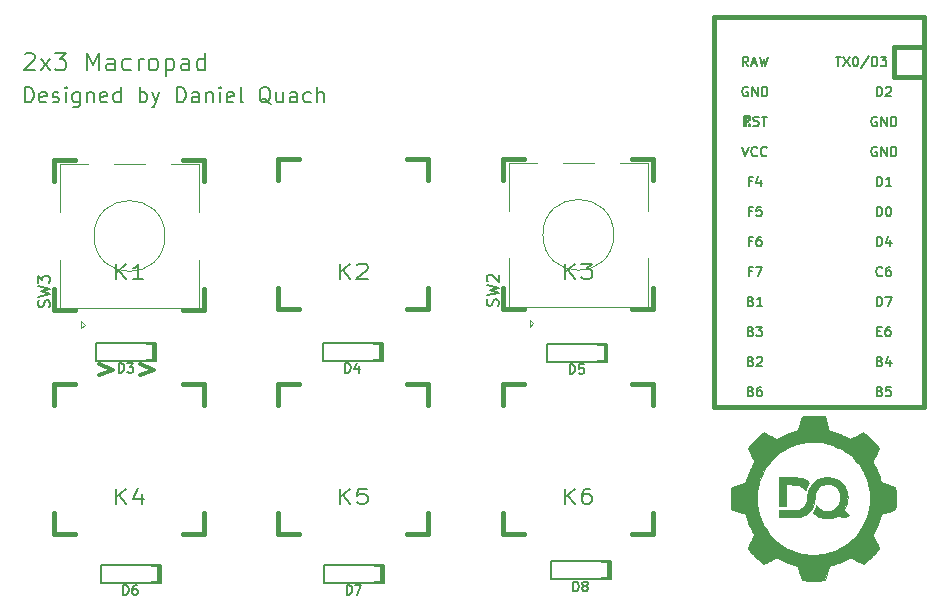
<source format=gto>
G04 #@! TF.GenerationSoftware,KiCad,Pcbnew,(5.1.5)-3*
G04 #@! TF.CreationDate,2020-07-09T22:20:04+02:00*
G04 #@! TF.ProjectId,2x3_macropad,3278335f-6d61-4637-926f-7061642e6b69,rev?*
G04 #@! TF.SameCoordinates,Original*
G04 #@! TF.FileFunction,Legend,Top*
G04 #@! TF.FilePolarity,Positive*
%FSLAX46Y46*%
G04 Gerber Fmt 4.6, Leading zero omitted, Abs format (unit mm)*
G04 Created by KiCad (PCBNEW (5.1.5)-3) date 2020-07-09 22:20:04*
%MOMM*%
%LPD*%
G04 APERTURE LIST*
%ADD10C,0.200000*%
%ADD11C,0.300000*%
%ADD12C,0.010000*%
%ADD13C,0.120000*%
%ADD14C,0.150000*%
%ADD15C,0.381000*%
%ADD16C,0.203200*%
%ADD17R,2.102000X2.102000*%
%ADD18C,2.102000*%
%ADD19R,2.102000X3.302000*%
%ADD20R,1.702000X1.302000*%
%ADD21C,1.702000*%
%ADD22R,1.702000X1.702000*%
%ADD23C,2.388000*%
%ADD24C,4.089800*%
%ADD25C,1.902000*%
%ADD26R,1.854600X1.854600*%
%ADD27C,1.854600*%
G04 APERTURE END LIST*
D10*
X61640476Y-122488095D02*
X61640476Y-121188095D01*
X61950000Y-121188095D01*
X62135714Y-121250000D01*
X62259523Y-121373809D01*
X62321428Y-121497619D01*
X62383333Y-121745238D01*
X62383333Y-121930952D01*
X62321428Y-122178571D01*
X62259523Y-122302380D01*
X62135714Y-122426190D01*
X61950000Y-122488095D01*
X61640476Y-122488095D01*
X63435714Y-122426190D02*
X63311904Y-122488095D01*
X63064285Y-122488095D01*
X62940476Y-122426190D01*
X62878571Y-122302380D01*
X62878571Y-121807142D01*
X62940476Y-121683333D01*
X63064285Y-121621428D01*
X63311904Y-121621428D01*
X63435714Y-121683333D01*
X63497619Y-121807142D01*
X63497619Y-121930952D01*
X62878571Y-122054761D01*
X63992857Y-122426190D02*
X64116666Y-122488095D01*
X64364285Y-122488095D01*
X64488095Y-122426190D01*
X64550000Y-122302380D01*
X64550000Y-122240476D01*
X64488095Y-122116666D01*
X64364285Y-122054761D01*
X64178571Y-122054761D01*
X64054761Y-121992857D01*
X63992857Y-121869047D01*
X63992857Y-121807142D01*
X64054761Y-121683333D01*
X64178571Y-121621428D01*
X64364285Y-121621428D01*
X64488095Y-121683333D01*
X65107142Y-122488095D02*
X65107142Y-121621428D01*
X65107142Y-121188095D02*
X65045238Y-121250000D01*
X65107142Y-121311904D01*
X65169047Y-121250000D01*
X65107142Y-121188095D01*
X65107142Y-121311904D01*
X66283333Y-121621428D02*
X66283333Y-122673809D01*
X66221428Y-122797619D01*
X66159523Y-122859523D01*
X66035714Y-122921428D01*
X65850000Y-122921428D01*
X65726190Y-122859523D01*
X66283333Y-122426190D02*
X66159523Y-122488095D01*
X65911904Y-122488095D01*
X65788095Y-122426190D01*
X65726190Y-122364285D01*
X65664285Y-122240476D01*
X65664285Y-121869047D01*
X65726190Y-121745238D01*
X65788095Y-121683333D01*
X65911904Y-121621428D01*
X66159523Y-121621428D01*
X66283333Y-121683333D01*
X66902380Y-121621428D02*
X66902380Y-122488095D01*
X66902380Y-121745238D02*
X66964285Y-121683333D01*
X67088095Y-121621428D01*
X67273809Y-121621428D01*
X67397619Y-121683333D01*
X67459523Y-121807142D01*
X67459523Y-122488095D01*
X68573809Y-122426190D02*
X68450000Y-122488095D01*
X68202380Y-122488095D01*
X68078571Y-122426190D01*
X68016666Y-122302380D01*
X68016666Y-121807142D01*
X68078571Y-121683333D01*
X68202380Y-121621428D01*
X68450000Y-121621428D01*
X68573809Y-121683333D01*
X68635714Y-121807142D01*
X68635714Y-121930952D01*
X68016666Y-122054761D01*
X69750000Y-122488095D02*
X69750000Y-121188095D01*
X69750000Y-122426190D02*
X69626190Y-122488095D01*
X69378571Y-122488095D01*
X69254761Y-122426190D01*
X69192857Y-122364285D01*
X69130952Y-122240476D01*
X69130952Y-121869047D01*
X69192857Y-121745238D01*
X69254761Y-121683333D01*
X69378571Y-121621428D01*
X69626190Y-121621428D01*
X69750000Y-121683333D01*
X71359523Y-122488095D02*
X71359523Y-121188095D01*
X71359523Y-121683333D02*
X71483333Y-121621428D01*
X71730952Y-121621428D01*
X71854761Y-121683333D01*
X71916666Y-121745238D01*
X71978571Y-121869047D01*
X71978571Y-122240476D01*
X71916666Y-122364285D01*
X71854761Y-122426190D01*
X71730952Y-122488095D01*
X71483333Y-122488095D01*
X71359523Y-122426190D01*
X72411904Y-121621428D02*
X72721428Y-122488095D01*
X73030952Y-121621428D02*
X72721428Y-122488095D01*
X72597619Y-122797619D01*
X72535714Y-122859523D01*
X72411904Y-122921428D01*
X74516666Y-122488095D02*
X74516666Y-121188095D01*
X74826190Y-121188095D01*
X75011904Y-121250000D01*
X75135714Y-121373809D01*
X75197619Y-121497619D01*
X75259523Y-121745238D01*
X75259523Y-121930952D01*
X75197619Y-122178571D01*
X75135714Y-122302380D01*
X75011904Y-122426190D01*
X74826190Y-122488095D01*
X74516666Y-122488095D01*
X76373809Y-122488095D02*
X76373809Y-121807142D01*
X76311904Y-121683333D01*
X76188095Y-121621428D01*
X75940476Y-121621428D01*
X75816666Y-121683333D01*
X76373809Y-122426190D02*
X76250000Y-122488095D01*
X75940476Y-122488095D01*
X75816666Y-122426190D01*
X75754761Y-122302380D01*
X75754761Y-122178571D01*
X75816666Y-122054761D01*
X75940476Y-121992857D01*
X76250000Y-121992857D01*
X76373809Y-121930952D01*
X76992857Y-121621428D02*
X76992857Y-122488095D01*
X76992857Y-121745238D02*
X77054761Y-121683333D01*
X77178571Y-121621428D01*
X77364285Y-121621428D01*
X77488095Y-121683333D01*
X77550000Y-121807142D01*
X77550000Y-122488095D01*
X78169047Y-122488095D02*
X78169047Y-121621428D01*
X78169047Y-121188095D02*
X78107142Y-121250000D01*
X78169047Y-121311904D01*
X78230952Y-121250000D01*
X78169047Y-121188095D01*
X78169047Y-121311904D01*
X79283333Y-122426190D02*
X79159523Y-122488095D01*
X78911904Y-122488095D01*
X78788095Y-122426190D01*
X78726190Y-122302380D01*
X78726190Y-121807142D01*
X78788095Y-121683333D01*
X78911904Y-121621428D01*
X79159523Y-121621428D01*
X79283333Y-121683333D01*
X79345238Y-121807142D01*
X79345238Y-121930952D01*
X78726190Y-122054761D01*
X80088095Y-122488095D02*
X79964285Y-122426190D01*
X79902380Y-122302380D01*
X79902380Y-121188095D01*
X82440476Y-122611904D02*
X82316666Y-122550000D01*
X82192857Y-122426190D01*
X82007142Y-122240476D01*
X81883333Y-122178571D01*
X81759523Y-122178571D01*
X81821428Y-122488095D02*
X81697619Y-122426190D01*
X81573809Y-122302380D01*
X81511904Y-122054761D01*
X81511904Y-121621428D01*
X81573809Y-121373809D01*
X81697619Y-121250000D01*
X81821428Y-121188095D01*
X82069047Y-121188095D01*
X82192857Y-121250000D01*
X82316666Y-121373809D01*
X82378571Y-121621428D01*
X82378571Y-122054761D01*
X82316666Y-122302380D01*
X82192857Y-122426190D01*
X82069047Y-122488095D01*
X81821428Y-122488095D01*
X83492857Y-121621428D02*
X83492857Y-122488095D01*
X82935714Y-121621428D02*
X82935714Y-122302380D01*
X82997619Y-122426190D01*
X83121428Y-122488095D01*
X83307142Y-122488095D01*
X83430952Y-122426190D01*
X83492857Y-122364285D01*
X84669047Y-122488095D02*
X84669047Y-121807142D01*
X84607142Y-121683333D01*
X84483333Y-121621428D01*
X84235714Y-121621428D01*
X84111904Y-121683333D01*
X84669047Y-122426190D02*
X84545238Y-122488095D01*
X84235714Y-122488095D01*
X84111904Y-122426190D01*
X84050000Y-122302380D01*
X84050000Y-122178571D01*
X84111904Y-122054761D01*
X84235714Y-121992857D01*
X84545238Y-121992857D01*
X84669047Y-121930952D01*
X85845238Y-122426190D02*
X85721428Y-122488095D01*
X85473809Y-122488095D01*
X85350000Y-122426190D01*
X85288095Y-122364285D01*
X85226190Y-122240476D01*
X85226190Y-121869047D01*
X85288095Y-121745238D01*
X85350000Y-121683333D01*
X85473809Y-121621428D01*
X85721428Y-121621428D01*
X85845238Y-121683333D01*
X86402380Y-122488095D02*
X86402380Y-121188095D01*
X86959523Y-122488095D02*
X86959523Y-121807142D01*
X86897619Y-121683333D01*
X86773809Y-121621428D01*
X86588095Y-121621428D01*
X86464285Y-121683333D01*
X86402380Y-121745238D01*
X61621428Y-118421428D02*
X61692857Y-118350000D01*
X61835714Y-118278571D01*
X62192857Y-118278571D01*
X62335714Y-118350000D01*
X62407142Y-118421428D01*
X62478571Y-118564285D01*
X62478571Y-118707142D01*
X62407142Y-118921428D01*
X61550000Y-119778571D01*
X62478571Y-119778571D01*
X62978571Y-119778571D02*
X63764285Y-118778571D01*
X62978571Y-118778571D02*
X63764285Y-119778571D01*
X64192857Y-118278571D02*
X65121428Y-118278571D01*
X64621428Y-118850000D01*
X64835714Y-118850000D01*
X64978571Y-118921428D01*
X65050000Y-118992857D01*
X65121428Y-119135714D01*
X65121428Y-119492857D01*
X65050000Y-119635714D01*
X64978571Y-119707142D01*
X64835714Y-119778571D01*
X64407142Y-119778571D01*
X64264285Y-119707142D01*
X64192857Y-119635714D01*
X66907142Y-119778571D02*
X66907142Y-118278571D01*
X67407142Y-119350000D01*
X67907142Y-118278571D01*
X67907142Y-119778571D01*
X69264285Y-119778571D02*
X69264285Y-118992857D01*
X69192857Y-118850000D01*
X69050000Y-118778571D01*
X68764285Y-118778571D01*
X68621428Y-118850000D01*
X69264285Y-119707142D02*
X69121428Y-119778571D01*
X68764285Y-119778571D01*
X68621428Y-119707142D01*
X68550000Y-119564285D01*
X68550000Y-119421428D01*
X68621428Y-119278571D01*
X68764285Y-119207142D01*
X69121428Y-119207142D01*
X69264285Y-119135714D01*
X70621428Y-119707142D02*
X70478571Y-119778571D01*
X70192857Y-119778571D01*
X70050000Y-119707142D01*
X69978571Y-119635714D01*
X69907142Y-119492857D01*
X69907142Y-119064285D01*
X69978571Y-118921428D01*
X70050000Y-118850000D01*
X70192857Y-118778571D01*
X70478571Y-118778571D01*
X70621428Y-118850000D01*
X71264285Y-119778571D02*
X71264285Y-118778571D01*
X71264285Y-119064285D02*
X71335714Y-118921428D01*
X71407142Y-118850000D01*
X71550000Y-118778571D01*
X71692857Y-118778571D01*
X72407142Y-119778571D02*
X72264285Y-119707142D01*
X72192857Y-119635714D01*
X72121428Y-119492857D01*
X72121428Y-119064285D01*
X72192857Y-118921428D01*
X72264285Y-118850000D01*
X72407142Y-118778571D01*
X72621428Y-118778571D01*
X72764285Y-118850000D01*
X72835714Y-118921428D01*
X72907142Y-119064285D01*
X72907142Y-119492857D01*
X72835714Y-119635714D01*
X72764285Y-119707142D01*
X72621428Y-119778571D01*
X72407142Y-119778571D01*
X73550000Y-118778571D02*
X73550000Y-120278571D01*
X73550000Y-118850000D02*
X73692857Y-118778571D01*
X73978571Y-118778571D01*
X74121428Y-118850000D01*
X74192857Y-118921428D01*
X74264285Y-119064285D01*
X74264285Y-119492857D01*
X74192857Y-119635714D01*
X74121428Y-119707142D01*
X73978571Y-119778571D01*
X73692857Y-119778571D01*
X73550000Y-119707142D01*
X75550000Y-119778571D02*
X75550000Y-118992857D01*
X75478571Y-118850000D01*
X75335714Y-118778571D01*
X75050000Y-118778571D01*
X74907142Y-118850000D01*
X75550000Y-119707142D02*
X75407142Y-119778571D01*
X75050000Y-119778571D01*
X74907142Y-119707142D01*
X74835714Y-119564285D01*
X74835714Y-119421428D01*
X74907142Y-119278571D01*
X75050000Y-119207142D01*
X75407142Y-119207142D01*
X75550000Y-119135714D01*
X76907142Y-119778571D02*
X76907142Y-118278571D01*
X76907142Y-119707142D02*
X76764285Y-119778571D01*
X76478571Y-119778571D01*
X76335714Y-119707142D01*
X76264285Y-119635714D01*
X76192857Y-119492857D01*
X76192857Y-119064285D01*
X76264285Y-118921428D01*
X76335714Y-118850000D01*
X76478571Y-118778571D01*
X76764285Y-118778571D01*
X76907142Y-118850000D01*
D11*
X71428571Y-144678571D02*
X72571428Y-145107142D01*
X71428571Y-145535714D01*
X67928571Y-144678571D02*
X69071428Y-145107142D01*
X67928571Y-145535714D01*
D12*
G36*
X126234079Y-154226914D02*
G01*
X126430404Y-154227157D01*
X126598776Y-154227991D01*
X126742351Y-154229643D01*
X126864282Y-154232343D01*
X126967723Y-154236322D01*
X127055827Y-154241809D01*
X127131750Y-154249032D01*
X127198646Y-154258223D01*
X127259667Y-154269610D01*
X127317969Y-154283423D01*
X127376706Y-154299892D01*
X127420151Y-154313243D01*
X127595333Y-154378806D01*
X127753423Y-154461246D01*
X127904673Y-154566224D01*
X127960444Y-154611481D01*
X128041953Y-154680043D01*
X127977559Y-154774868D01*
X127926722Y-154856515D01*
X127873342Y-154953615D01*
X127822729Y-155055553D01*
X127780196Y-155151712D01*
X127754327Y-155221079D01*
X127738292Y-155267541D01*
X127727083Y-155288519D01*
X127716834Y-155288400D01*
X127706354Y-155275519D01*
X127592966Y-155136482D01*
X127460984Y-155022368D01*
X127310563Y-154933298D01*
X127208392Y-154890805D01*
X127070116Y-154841501D01*
X126113534Y-154831063D01*
X126113534Y-156668831D01*
X125475812Y-156668831D01*
X125475812Y-154226822D01*
X126234079Y-154226914D01*
G37*
X126234079Y-154226914D02*
X126430404Y-154227157D01*
X126598776Y-154227991D01*
X126742351Y-154229643D01*
X126864282Y-154232343D01*
X126967723Y-154236322D01*
X127055827Y-154241809D01*
X127131750Y-154249032D01*
X127198646Y-154258223D01*
X127259667Y-154269610D01*
X127317969Y-154283423D01*
X127376706Y-154299892D01*
X127420151Y-154313243D01*
X127595333Y-154378806D01*
X127753423Y-154461246D01*
X127904673Y-154566224D01*
X127960444Y-154611481D01*
X128041953Y-154680043D01*
X127977559Y-154774868D01*
X127926722Y-154856515D01*
X127873342Y-154953615D01*
X127822729Y-155055553D01*
X127780196Y-155151712D01*
X127754327Y-155221079D01*
X127738292Y-155267541D01*
X127727083Y-155288519D01*
X127716834Y-155288400D01*
X127706354Y-155275519D01*
X127592966Y-155136482D01*
X127460984Y-155022368D01*
X127310563Y-154933298D01*
X127208392Y-154890805D01*
X127070116Y-154841501D01*
X126113534Y-154831063D01*
X126113534Y-156668831D01*
X125475812Y-156668831D01*
X125475812Y-154226822D01*
X126234079Y-154226914D01*
G36*
X129746009Y-154234527D02*
G01*
X129937227Y-154255489D01*
X130101559Y-154288623D01*
X130309956Y-154357305D01*
X130502093Y-154451914D01*
X130676647Y-154571087D01*
X130832297Y-154713464D01*
X130967718Y-154877682D01*
X131081590Y-155062380D01*
X131172588Y-155266198D01*
X131230167Y-155450343D01*
X131274618Y-155680818D01*
X131291827Y-155915989D01*
X131282380Y-156151532D01*
X131246864Y-156383125D01*
X131185866Y-156606444D01*
X131099970Y-156817167D01*
X131026423Y-156953076D01*
X130991001Y-157011785D01*
X131184201Y-157205450D01*
X131377401Y-157399116D01*
X131331500Y-157447026D01*
X131293392Y-157478813D01*
X131238994Y-157514730D01*
X131184676Y-157544621D01*
X131133617Y-157568389D01*
X131091192Y-157583064D01*
X131046672Y-157590768D01*
X130989326Y-157593623D01*
X130935661Y-157593872D01*
X130860761Y-157592483D01*
X130806605Y-157587588D01*
X130762872Y-157577320D01*
X130719240Y-157559811D01*
X130702021Y-157551596D01*
X130648221Y-157523125D01*
X130600111Y-157494041D01*
X130576857Y-157477467D01*
X130537241Y-157445182D01*
X130413538Y-157506260D01*
X130265207Y-157571846D01*
X130117611Y-157620385D01*
X129963556Y-157653358D01*
X129795851Y-157672241D01*
X129607303Y-157678516D01*
X129576193Y-157678457D01*
X129481006Y-157676402D01*
X129384879Y-157671747D01*
X129297688Y-157665134D01*
X129229312Y-157657203D01*
X129216595Y-157655139D01*
X129055957Y-157617931D01*
X128895457Y-157564306D01*
X128743764Y-157497849D01*
X128609548Y-157422144D01*
X128546654Y-157378118D01*
X128484346Y-157328917D01*
X128429297Y-157282456D01*
X128387316Y-157243841D01*
X128364207Y-157218180D01*
X128363462Y-157217026D01*
X128367005Y-157197557D01*
X128385044Y-157158693D01*
X128414423Y-157106655D01*
X128440839Y-157064505D01*
X128478836Y-157002538D01*
X128519183Y-156930635D01*
X128558806Y-156855041D01*
X128594629Y-156782000D01*
X128623577Y-156717756D01*
X128642577Y-156668554D01*
X128648626Y-156642529D01*
X128655675Y-156619185D01*
X128675792Y-156623984D01*
X128708896Y-156656874D01*
X128742267Y-156700041D01*
X128853505Y-156827398D01*
X128986623Y-156932777D01*
X129141163Y-157015851D01*
X129232150Y-157050910D01*
X129366011Y-157084450D01*
X129514969Y-157101839D01*
X129667262Y-157102625D01*
X129811131Y-157086351D01*
X129862576Y-157075243D01*
X130033925Y-157017138D01*
X130188107Y-156934149D01*
X130323691Y-156828228D01*
X130439247Y-156701327D01*
X130533343Y-156555396D01*
X130604550Y-156392386D01*
X130651438Y-156214249D01*
X130672574Y-156022936D01*
X130673682Y-155968892D01*
X130661582Y-155755901D01*
X130624509Y-155561427D01*
X130562440Y-155385407D01*
X130475352Y-155227777D01*
X130363222Y-155088473D01*
X130349975Y-155074887D01*
X130228304Y-154973784D01*
X130086768Y-154893584D01*
X129929534Y-154835434D01*
X129760768Y-154800483D01*
X129584639Y-154789879D01*
X129405313Y-154804772D01*
X129383271Y-154808416D01*
X129204221Y-154852933D01*
X129045753Y-154920658D01*
X128907180Y-155012093D01*
X128787814Y-155127745D01*
X128686970Y-155268117D01*
X128639910Y-155354501D01*
X128587158Y-155471410D01*
X128549919Y-155580637D01*
X128526056Y-155691889D01*
X128513433Y-155814874D01*
X128509913Y-155945151D01*
X128495759Y-156183482D01*
X128454719Y-156410100D01*
X128387442Y-156623254D01*
X128294574Y-156821192D01*
X128176763Y-157002161D01*
X128074584Y-157123400D01*
X127958114Y-157237240D01*
X127840111Y-157329402D01*
X127709659Y-157407868D01*
X127634004Y-157445567D01*
X127558780Y-157480240D01*
X127489486Y-157509934D01*
X127423025Y-157535033D01*
X127356298Y-157555920D01*
X127286205Y-157572979D01*
X127209648Y-157586593D01*
X127123527Y-157597145D01*
X127024745Y-157605019D01*
X126910201Y-157610599D01*
X126776797Y-157614267D01*
X126621434Y-157616407D01*
X126441014Y-157617402D01*
X126243211Y-157617636D01*
X125475812Y-157617636D01*
X125475812Y-157013323D01*
X126249633Y-157007305D01*
X126425654Y-157005882D01*
X126573541Y-157004497D01*
X126696267Y-157003019D01*
X126796806Y-157001314D01*
X126878132Y-156999252D01*
X126943219Y-156996699D01*
X126995040Y-156993524D01*
X127036569Y-156989595D01*
X127070779Y-156984779D01*
X127100644Y-156978944D01*
X127129139Y-156971958D01*
X127145613Y-156967492D01*
X127309879Y-156906550D01*
X127457495Y-156820309D01*
X127586251Y-156711023D01*
X127693936Y-156580947D01*
X127778342Y-156432335D01*
X127837258Y-156267441D01*
X127839221Y-156259883D01*
X127850998Y-156201349D01*
X127862911Y-156120219D01*
X127873904Y-156024984D01*
X127882921Y-155924134D01*
X127885490Y-155887931D01*
X127902195Y-155703595D01*
X127927472Y-155542069D01*
X127963086Y-155395811D01*
X128010803Y-155257276D01*
X128059007Y-155146668D01*
X128169122Y-154946976D01*
X128298938Y-154771357D01*
X128448464Y-154619803D01*
X128617708Y-154492309D01*
X128806681Y-154388867D01*
X129015391Y-154309469D01*
X129185487Y-154265568D01*
X129359713Y-154239304D01*
X129550029Y-154229044D01*
X129746009Y-154234527D01*
G37*
X129746009Y-154234527D02*
X129937227Y-154255489D01*
X130101559Y-154288623D01*
X130309956Y-154357305D01*
X130502093Y-154451914D01*
X130676647Y-154571087D01*
X130832297Y-154713464D01*
X130967718Y-154877682D01*
X131081590Y-155062380D01*
X131172588Y-155266198D01*
X131230167Y-155450343D01*
X131274618Y-155680818D01*
X131291827Y-155915989D01*
X131282380Y-156151532D01*
X131246864Y-156383125D01*
X131185866Y-156606444D01*
X131099970Y-156817167D01*
X131026423Y-156953076D01*
X130991001Y-157011785D01*
X131184201Y-157205450D01*
X131377401Y-157399116D01*
X131331500Y-157447026D01*
X131293392Y-157478813D01*
X131238994Y-157514730D01*
X131184676Y-157544621D01*
X131133617Y-157568389D01*
X131091192Y-157583064D01*
X131046672Y-157590768D01*
X130989326Y-157593623D01*
X130935661Y-157593872D01*
X130860761Y-157592483D01*
X130806605Y-157587588D01*
X130762872Y-157577320D01*
X130719240Y-157559811D01*
X130702021Y-157551596D01*
X130648221Y-157523125D01*
X130600111Y-157494041D01*
X130576857Y-157477467D01*
X130537241Y-157445182D01*
X130413538Y-157506260D01*
X130265207Y-157571846D01*
X130117611Y-157620385D01*
X129963556Y-157653358D01*
X129795851Y-157672241D01*
X129607303Y-157678516D01*
X129576193Y-157678457D01*
X129481006Y-157676402D01*
X129384879Y-157671747D01*
X129297688Y-157665134D01*
X129229312Y-157657203D01*
X129216595Y-157655139D01*
X129055957Y-157617931D01*
X128895457Y-157564306D01*
X128743764Y-157497849D01*
X128609548Y-157422144D01*
X128546654Y-157378118D01*
X128484346Y-157328917D01*
X128429297Y-157282456D01*
X128387316Y-157243841D01*
X128364207Y-157218180D01*
X128363462Y-157217026D01*
X128367005Y-157197557D01*
X128385044Y-157158693D01*
X128414423Y-157106655D01*
X128440839Y-157064505D01*
X128478836Y-157002538D01*
X128519183Y-156930635D01*
X128558806Y-156855041D01*
X128594629Y-156782000D01*
X128623577Y-156717756D01*
X128642577Y-156668554D01*
X128648626Y-156642529D01*
X128655675Y-156619185D01*
X128675792Y-156623984D01*
X128708896Y-156656874D01*
X128742267Y-156700041D01*
X128853505Y-156827398D01*
X128986623Y-156932777D01*
X129141163Y-157015851D01*
X129232150Y-157050910D01*
X129366011Y-157084450D01*
X129514969Y-157101839D01*
X129667262Y-157102625D01*
X129811131Y-157086351D01*
X129862576Y-157075243D01*
X130033925Y-157017138D01*
X130188107Y-156934149D01*
X130323691Y-156828228D01*
X130439247Y-156701327D01*
X130533343Y-156555396D01*
X130604550Y-156392386D01*
X130651438Y-156214249D01*
X130672574Y-156022936D01*
X130673682Y-155968892D01*
X130661582Y-155755901D01*
X130624509Y-155561427D01*
X130562440Y-155385407D01*
X130475352Y-155227777D01*
X130363222Y-155088473D01*
X130349975Y-155074887D01*
X130228304Y-154973784D01*
X130086768Y-154893584D01*
X129929534Y-154835434D01*
X129760768Y-154800483D01*
X129584639Y-154789879D01*
X129405313Y-154804772D01*
X129383271Y-154808416D01*
X129204221Y-154852933D01*
X129045753Y-154920658D01*
X128907180Y-155012093D01*
X128787814Y-155127745D01*
X128686970Y-155268117D01*
X128639910Y-155354501D01*
X128587158Y-155471410D01*
X128549919Y-155580637D01*
X128526056Y-155691889D01*
X128513433Y-155814874D01*
X128509913Y-155945151D01*
X128495759Y-156183482D01*
X128454719Y-156410100D01*
X128387442Y-156623254D01*
X128294574Y-156821192D01*
X128176763Y-157002161D01*
X128074584Y-157123400D01*
X127958114Y-157237240D01*
X127840111Y-157329402D01*
X127709659Y-157407868D01*
X127634004Y-157445567D01*
X127558780Y-157480240D01*
X127489486Y-157509934D01*
X127423025Y-157535033D01*
X127356298Y-157555920D01*
X127286205Y-157572979D01*
X127209648Y-157586593D01*
X127123527Y-157597145D01*
X127024745Y-157605019D01*
X126910201Y-157610599D01*
X126776797Y-157614267D01*
X126621434Y-157616407D01*
X126441014Y-157617402D01*
X126243211Y-157617636D01*
X125475812Y-157617636D01*
X125475812Y-157013323D01*
X126249633Y-157007305D01*
X126425654Y-157005882D01*
X126573541Y-157004497D01*
X126696267Y-157003019D01*
X126796806Y-157001314D01*
X126878132Y-156999252D01*
X126943219Y-156996699D01*
X126995040Y-156993524D01*
X127036569Y-156989595D01*
X127070779Y-156984779D01*
X127100644Y-156978944D01*
X127129139Y-156971958D01*
X127145613Y-156967492D01*
X127309879Y-156906550D01*
X127457495Y-156820309D01*
X127586251Y-156711023D01*
X127693936Y-156580947D01*
X127778342Y-156432335D01*
X127837258Y-156267441D01*
X127839221Y-156259883D01*
X127850998Y-156201349D01*
X127862911Y-156120219D01*
X127873904Y-156024984D01*
X127882921Y-155924134D01*
X127885490Y-155887931D01*
X127902195Y-155703595D01*
X127927472Y-155542069D01*
X127963086Y-155395811D01*
X128010803Y-155257276D01*
X128059007Y-155146668D01*
X128169122Y-154946976D01*
X128298938Y-154771357D01*
X128448464Y-154619803D01*
X128617708Y-154492309D01*
X128806681Y-154388867D01*
X129015391Y-154309469D01*
X129185487Y-154265568D01*
X129359713Y-154239304D01*
X129550029Y-154229044D01*
X129746009Y-154234527D01*
G36*
X128519553Y-149011683D02*
G01*
X128650240Y-149015796D01*
X128785362Y-149022127D01*
X128918221Y-149030251D01*
X129042119Y-149039746D01*
X129150357Y-149050184D01*
X129236238Y-149061143D01*
X129257041Y-149064539D01*
X129359704Y-149082534D01*
X129757420Y-150275990D01*
X129821423Y-150292913D01*
X129870069Y-150306091D01*
X129934087Y-150323841D01*
X129994305Y-150340816D01*
X130057554Y-150358796D01*
X130116865Y-150375630D01*
X130157624Y-150387170D01*
X130230145Y-150409453D01*
X130320705Y-150439908D01*
X130419307Y-150474920D01*
X130515951Y-150510874D01*
X130600640Y-150544154D01*
X130651931Y-150565914D01*
X130698098Y-150585834D01*
X130732296Y-150599190D01*
X130744601Y-150602695D01*
X130764792Y-150609650D01*
X130807386Y-150628820D01*
X130867398Y-150657660D01*
X130939848Y-150693625D01*
X131019751Y-150734173D01*
X131102126Y-150776758D01*
X131181989Y-150818837D01*
X131254359Y-150857864D01*
X131314252Y-150891297D01*
X131344178Y-150908850D01*
X131402199Y-150943355D01*
X131450267Y-150970802D01*
X131482259Y-150987759D01*
X131491802Y-150991549D01*
X131507675Y-150984816D01*
X131548316Y-150965607D01*
X131610693Y-150935408D01*
X131691776Y-150895706D01*
X131788533Y-150847986D01*
X131897933Y-150793736D01*
X132016944Y-150734440D01*
X132054923Y-150715462D01*
X132176279Y-150654792D01*
X132288906Y-150598505D01*
X132389778Y-150548114D01*
X132475865Y-150505131D01*
X132544140Y-150471067D01*
X132591574Y-150447435D01*
X132615138Y-150435745D01*
X132617113Y-150434788D01*
X132632686Y-150442118D01*
X132667250Y-150465696D01*
X132715949Y-150501789D01*
X132773929Y-150546668D01*
X132836334Y-150596599D01*
X132898310Y-150647853D01*
X132934048Y-150678362D01*
X133040980Y-150773384D01*
X133151340Y-150875849D01*
X133262918Y-150983340D01*
X133373503Y-151093441D01*
X133480886Y-151203735D01*
X133582857Y-151311806D01*
X133677204Y-151415237D01*
X133761719Y-151511612D01*
X133834191Y-151598514D01*
X133892410Y-151673526D01*
X133934165Y-151734233D01*
X133957247Y-151778218D01*
X133960521Y-151800693D01*
X133951575Y-151821033D01*
X133930240Y-151865897D01*
X133898118Y-151932027D01*
X133856809Y-152016162D01*
X133807916Y-152115044D01*
X133753039Y-152225410D01*
X133693779Y-152344003D01*
X133687730Y-152356076D01*
X133628421Y-152475161D01*
X133573768Y-152586310D01*
X133525315Y-152686277D01*
X133484602Y-152771820D01*
X133453172Y-152839694D01*
X133432568Y-152886656D01*
X133424330Y-152909463D01*
X133424245Y-152910332D01*
X133431838Y-152935817D01*
X133452396Y-152980056D01*
X133482251Y-153035515D01*
X133499984Y-153065874D01*
X133531355Y-153120959D01*
X133572187Y-153196726D01*
X133619036Y-153286365D01*
X133668460Y-153383067D01*
X133717014Y-153480020D01*
X133761255Y-153570415D01*
X133797739Y-153647442D01*
X133823022Y-153704290D01*
X133823980Y-153706601D01*
X133922276Y-153961371D01*
X134011477Y-154224973D01*
X134078271Y-154452358D01*
X134097834Y-154523892D01*
X134114576Y-154583642D01*
X134126805Y-154625681D01*
X134132833Y-154644080D01*
X134132999Y-154644357D01*
X134148179Y-154650301D01*
X134189721Y-154665017D01*
X134254478Y-154687431D01*
X134339306Y-154716466D01*
X134441056Y-154751047D01*
X134556584Y-154790099D01*
X134682743Y-154832547D01*
X134729951Y-154848383D01*
X134859233Y-154891814D01*
X134979078Y-154932260D01*
X135086329Y-154968640D01*
X135177827Y-154999877D01*
X135250415Y-155024889D01*
X135300935Y-155042598D01*
X135326229Y-155051924D01*
X135328546Y-155053016D01*
X135333997Y-155072541D01*
X135340833Y-155118965D01*
X135348672Y-155188128D01*
X135357127Y-155275872D01*
X135365815Y-155378038D01*
X135374351Y-155490466D01*
X135382350Y-155608997D01*
X135386868Y-155683670D01*
X135394360Y-155901019D01*
X135393503Y-156137770D01*
X135384631Y-156383453D01*
X135368081Y-156627598D01*
X135351096Y-156801041D01*
X135333631Y-156956583D01*
X134794893Y-157134814D01*
X134638209Y-157186595D01*
X134508385Y-157229580D01*
X134402810Y-157264938D01*
X134318872Y-157293835D01*
X134253961Y-157317437D01*
X134205465Y-157336911D01*
X134170774Y-157353425D01*
X134147276Y-157368145D01*
X134132361Y-157382238D01*
X134123418Y-157396870D01*
X134117836Y-157413208D01*
X134113003Y-157432420D01*
X134110885Y-157440480D01*
X134072511Y-157576955D01*
X134033944Y-157707470D01*
X133996774Y-157827029D01*
X133962593Y-157930635D01*
X133932991Y-158013291D01*
X133912646Y-158063282D01*
X133897612Y-158101443D01*
X133890683Y-158128283D01*
X133890631Y-158129598D01*
X133883603Y-158156927D01*
X133875661Y-158173910D01*
X133860404Y-158204362D01*
X133839846Y-158248951D01*
X133817865Y-158298758D01*
X133798341Y-158344866D01*
X133785152Y-158378357D01*
X133781752Y-158389820D01*
X133774873Y-158409098D01*
X133755953Y-158450741D01*
X133727566Y-158509649D01*
X133692285Y-158580725D01*
X133652684Y-158658870D01*
X133611336Y-158738988D01*
X133570816Y-158815980D01*
X133533697Y-158884748D01*
X133513982Y-158920202D01*
X133478562Y-158984631D01*
X133449705Y-159040368D01*
X133430500Y-159081225D01*
X133424005Y-159100543D01*
X133430759Y-159118677D01*
X133450023Y-159161479D01*
X133480299Y-159225837D01*
X133520089Y-159308643D01*
X133567897Y-159406786D01*
X133622223Y-159517156D01*
X133681572Y-159636645D01*
X133698563Y-159670667D01*
X133779166Y-159833082D01*
X133844953Y-159968278D01*
X133895913Y-160076235D01*
X133932038Y-160156931D01*
X133953317Y-160210348D01*
X133959741Y-160236463D01*
X133959096Y-160238634D01*
X133940937Y-160264012D01*
X133915932Y-160299974D01*
X133914238Y-160302442D01*
X133856787Y-160379833D01*
X133780020Y-160473707D01*
X133687886Y-160579897D01*
X133584337Y-160694240D01*
X133473323Y-160812568D01*
X133358797Y-160930718D01*
X133244708Y-161044524D01*
X133135009Y-161149821D01*
X133033650Y-161242443D01*
X132972504Y-161295225D01*
X132915422Y-161343311D01*
X132867322Y-161384312D01*
X132833088Y-161414030D01*
X132817603Y-161428271D01*
X132817391Y-161428523D01*
X132800134Y-161443864D01*
X132766459Y-161469845D01*
X132724204Y-161500849D01*
X132681202Y-161531257D01*
X132645290Y-161555453D01*
X132624304Y-161567818D01*
X132622297Y-161568402D01*
X132606677Y-161561686D01*
X132566285Y-161542531D01*
X132504166Y-161512430D01*
X132423363Y-161472874D01*
X132326921Y-161425354D01*
X132217882Y-161371363D01*
X132099291Y-161312391D01*
X132066822Y-161296203D01*
X131945777Y-161236071D01*
X131833053Y-161180544D01*
X131731765Y-161131120D01*
X131645026Y-161089299D01*
X131575952Y-161056580D01*
X131527657Y-161034462D01*
X131503257Y-161024443D01*
X131501248Y-161024005D01*
X131477474Y-161031076D01*
X131437092Y-161048892D01*
X131390269Y-161072359D01*
X131347169Y-161096385D01*
X131318044Y-161115803D01*
X131298471Y-161127669D01*
X131257403Y-161149955D01*
X131200406Y-161179850D01*
X131133040Y-161214540D01*
X131060870Y-161251213D01*
X130989458Y-161287057D01*
X130924367Y-161319259D01*
X130871160Y-161345005D01*
X130835400Y-161361484D01*
X130822991Y-161366109D01*
X130803792Y-161372231D01*
X130765774Y-161387975D01*
X130729666Y-161404199D01*
X130598122Y-161460898D01*
X130444149Y-161520233D01*
X130275946Y-161579388D01*
X130101713Y-161635544D01*
X129929646Y-161685885D01*
X129840796Y-161709589D01*
X129791264Y-161725842D01*
X129762551Y-161746910D01*
X129745643Y-161777036D01*
X129736413Y-161802428D01*
X129718619Y-161853744D01*
X129693481Y-161927376D01*
X129662222Y-162019718D01*
X129626060Y-162127162D01*
X129586217Y-162246103D01*
X129543914Y-162372934D01*
X129541555Y-162380024D01*
X129356882Y-162935001D01*
X129224522Y-162945550D01*
X129152797Y-162952252D01*
X129083410Y-162960391D01*
X129029485Y-162968397D01*
X129022168Y-162969755D01*
X128982604Y-162974423D01*
X128917002Y-162978682D01*
X128830427Y-162982457D01*
X128727948Y-162985678D01*
X128614632Y-162988271D01*
X128495546Y-162990165D01*
X128375758Y-162991286D01*
X128260334Y-162991562D01*
X128154342Y-162990920D01*
X128062850Y-162989290D01*
X127990925Y-162986596D01*
X127964483Y-162984877D01*
X127880881Y-162977770D01*
X127791936Y-162969450D01*
X127703162Y-162960521D01*
X127620074Y-162951589D01*
X127548189Y-162943258D01*
X127493022Y-162936135D01*
X127460087Y-162930824D01*
X127453327Y-162928794D01*
X127447295Y-162913281D01*
X127432626Y-162871567D01*
X127410451Y-162806988D01*
X127381902Y-162722878D01*
X127348111Y-162622571D01*
X127310209Y-162509402D01*
X127270332Y-162389722D01*
X127218212Y-162232625D01*
X127175033Y-162102392D01*
X127139671Y-161996453D01*
X127111000Y-161912237D01*
X127087896Y-161847173D01*
X127069235Y-161798692D01*
X127053890Y-161764222D01*
X127040738Y-161741193D01*
X127028652Y-161727034D01*
X127016510Y-161719175D01*
X127003185Y-161715046D01*
X126987552Y-161712075D01*
X126972327Y-161708727D01*
X126870576Y-161681834D01*
X126771674Y-161654585D01*
X126680575Y-161628451D01*
X126602232Y-161604902D01*
X126541598Y-161585408D01*
X126503628Y-161571440D01*
X126494611Y-161566936D01*
X126469736Y-161556756D01*
X126429787Y-161545913D01*
X126425128Y-161544889D01*
X126381485Y-161533358D01*
X126348772Y-161521053D01*
X126347357Y-161520307D01*
X126308856Y-161501259D01*
X126260745Y-161480030D01*
X126213070Y-161460730D01*
X126175880Y-161447473D01*
X126160838Y-161443968D01*
X126134031Y-161437118D01*
X126117211Y-161429424D01*
X126094811Y-161418169D01*
X126049472Y-161395993D01*
X125986326Y-161365383D01*
X125910502Y-161328830D01*
X125841335Y-161295624D01*
X125748773Y-161250332D01*
X125655221Y-161202918D01*
X125568805Y-161157610D01*
X125497649Y-161118639D01*
X125465874Y-161100186D01*
X125407604Y-161066908D01*
X125356680Y-161041058D01*
X125320628Y-161026308D01*
X125310332Y-161024245D01*
X125290280Y-161031080D01*
X125245727Y-161050445D01*
X125179918Y-161080799D01*
X125096097Y-161120600D01*
X124997507Y-161168305D01*
X124887391Y-161222372D01*
X124768994Y-161281261D01*
X124756076Y-161287730D01*
X124636820Y-161347348D01*
X124525443Y-161402748D01*
X124425210Y-161452328D01*
X124339384Y-161494487D01*
X124271230Y-161527620D01*
X124224011Y-161550126D01*
X124200993Y-161560401D01*
X124200159Y-161560691D01*
X124171398Y-161555437D01*
X124124226Y-161529263D01*
X124060982Y-161484429D01*
X123984000Y-161423196D01*
X123895618Y-161347823D01*
X123798171Y-161260571D01*
X123693995Y-161163701D01*
X123585428Y-161059472D01*
X123474805Y-160950145D01*
X123364463Y-160837981D01*
X123256737Y-160725240D01*
X123153964Y-160614181D01*
X123058481Y-160507066D01*
X122972623Y-160406155D01*
X122898727Y-160313708D01*
X122865728Y-160269627D01*
X122831765Y-160222964D01*
X123111657Y-159664787D01*
X123172705Y-159542759D01*
X123229162Y-159429362D01*
X123279544Y-159327614D01*
X123322372Y-159240532D01*
X123356164Y-159171131D01*
X123379438Y-159122430D01*
X123390712Y-159097444D01*
X123391549Y-159094865D01*
X123384077Y-159077443D01*
X123363843Y-159039362D01*
X123334128Y-158986616D01*
X123305537Y-158937560D01*
X123237603Y-158818527D01*
X123172474Y-158695419D01*
X123107948Y-158563489D01*
X123041821Y-158417992D01*
X122971891Y-158254182D01*
X122895957Y-158067313D01*
X122862668Y-157983160D01*
X122835701Y-157908669D01*
X122804360Y-157812653D01*
X122771310Y-157703889D01*
X122739210Y-157591153D01*
X122710726Y-157483221D01*
X122709329Y-157477649D01*
X122680186Y-157360992D01*
X122145390Y-157181646D01*
X122022270Y-157140247D01*
X121908296Y-157101709D01*
X121806877Y-157067204D01*
X121721424Y-157037899D01*
X121655345Y-157014964D01*
X121612051Y-156999567D01*
X121595040Y-156992937D01*
X121569671Y-156983220D01*
X121531298Y-156973250D01*
X121505351Y-156965689D01*
X121489046Y-156951789D01*
X121478036Y-156924015D01*
X121467971Y-156874836D01*
X121465152Y-156858653D01*
X121455071Y-156786533D01*
X121444995Y-156690084D01*
X121435365Y-156576081D01*
X121426622Y-156451300D01*
X121419206Y-156322517D01*
X121413560Y-156196506D01*
X121410124Y-156080044D01*
X121409628Y-156033985D01*
X123623307Y-156033985D01*
X123625400Y-156190974D01*
X123630359Y-156340160D01*
X123638180Y-156475084D01*
X123648860Y-156589289D01*
X123656480Y-156644201D01*
X123683634Y-156804464D01*
X123709960Y-156947613D01*
X123734683Y-157069718D01*
X123757026Y-157166849D01*
X123767241Y-157205450D01*
X123786688Y-157274933D01*
X123806473Y-157346345D01*
X123820140Y-157396255D01*
X123837363Y-157452570D01*
X123863616Y-157529756D01*
X123895986Y-157619957D01*
X123931560Y-157715321D01*
X123967425Y-157807992D01*
X124000667Y-157890118D01*
X124020538Y-157936497D01*
X124173419Y-158248672D01*
X124351963Y-158555361D01*
X124550887Y-158847903D01*
X124675076Y-159009618D01*
X124817434Y-159175769D01*
X124982463Y-159349393D01*
X125164560Y-159524986D01*
X125358124Y-159697044D01*
X125468034Y-159788657D01*
X125517809Y-159826760D01*
X125587076Y-159876562D01*
X125668885Y-159933377D01*
X125756285Y-159992518D01*
X125842326Y-160049299D01*
X125920057Y-160099034D01*
X125982528Y-160137036D01*
X125996877Y-160145237D01*
X126113142Y-160209678D01*
X126208377Y-160261036D01*
X126288237Y-160302216D01*
X126358378Y-160336125D01*
X126424453Y-160365667D01*
X126432630Y-160369165D01*
X126495885Y-160396200D01*
X126553729Y-160421107D01*
X126595955Y-160439484D01*
X126603491Y-160442817D01*
X126652493Y-160462827D01*
X126722817Y-160489243D01*
X126806109Y-160519137D01*
X126894015Y-160549584D01*
X126978181Y-160577655D01*
X127050253Y-160600424D01*
X127070116Y-160606321D01*
X127137721Y-160625106D01*
X127209704Y-160643234D01*
X127292798Y-160662249D01*
X127393732Y-160683699D01*
X127505634Y-160706414D01*
X127753002Y-160747011D01*
X128017569Y-160774348D01*
X128289511Y-160788062D01*
X128559005Y-160787790D01*
X128816229Y-160773172D01*
X128944397Y-160759461D01*
X129071476Y-160742681D01*
X129181727Y-160726383D01*
X129287589Y-160708497D01*
X129401500Y-160686948D01*
X129504348Y-160666182D01*
X129574726Y-160649758D01*
X129662478Y-160626391D01*
X129759485Y-160598542D01*
X129857633Y-160568672D01*
X129948803Y-160539240D01*
X130024880Y-160512708D01*
X130072076Y-160494072D01*
X130103573Y-160481110D01*
X130151748Y-160462136D01*
X130188733Y-160447912D01*
X130389737Y-160363283D01*
X130602266Y-160258930D01*
X130818291Y-160139321D01*
X131029781Y-160008927D01*
X131228707Y-159872216D01*
X131246418Y-159859241D01*
X131410080Y-159730634D01*
X131581128Y-159581698D01*
X131753118Y-159418877D01*
X131919602Y-159248616D01*
X132074134Y-159077361D01*
X132210268Y-158911556D01*
X132259437Y-158846418D01*
X132384086Y-158666961D01*
X132505159Y-158474640D01*
X132618526Y-158276877D01*
X132720054Y-158081093D01*
X132805611Y-157894710D01*
X132848221Y-157788733D01*
X132868316Y-157736256D01*
X132885898Y-157691763D01*
X132894072Y-157672076D01*
X132917175Y-157612710D01*
X132945216Y-157530515D01*
X132975960Y-157432934D01*
X133007167Y-157327406D01*
X133036601Y-157221375D01*
X133062026Y-157122280D01*
X133071771Y-157081017D01*
X133123298Y-156813902D01*
X133160631Y-156530927D01*
X133183221Y-156241122D01*
X133190520Y-155953517D01*
X133181980Y-155677142D01*
X133167417Y-155505411D01*
X133156871Y-155411435D01*
X133147370Y-155335196D01*
X133137381Y-155267142D01*
X133125369Y-155197718D01*
X133109802Y-155117371D01*
X133089146Y-155016547D01*
X133088266Y-155012309D01*
X133059657Y-154885661D01*
X133025099Y-154750482D01*
X132986743Y-154613974D01*
X132946742Y-154483336D01*
X132907246Y-154365769D01*
X132870408Y-154268474D01*
X132855891Y-154234599D01*
X132839017Y-154195881D01*
X132815701Y-154140870D01*
X132793209Y-154086834D01*
X132760478Y-154012684D01*
X132716284Y-153920001D01*
X132664820Y-153817135D01*
X132610279Y-153712434D01*
X132556856Y-153614247D01*
X132547099Y-153596877D01*
X132404685Y-153366759D01*
X132237123Y-153133721D01*
X132049282Y-152903006D01*
X131846033Y-152679856D01*
X131632245Y-152469514D01*
X131412788Y-152277224D01*
X131192531Y-152108228D01*
X131114207Y-152054252D01*
X131053895Y-152013948D01*
X130994738Y-151974340D01*
X130948244Y-151943134D01*
X130943111Y-151939679D01*
X130828735Y-151868659D01*
X130688037Y-151791472D01*
X130524749Y-151709976D01*
X130342603Y-151626030D01*
X130145332Y-151541492D01*
X130134293Y-151536935D01*
X129992707Y-151483167D01*
X129841917Y-151433677D01*
X129745438Y-151406238D01*
X129713424Y-151397393D01*
X129664478Y-151383435D01*
X129628782Y-151373090D01*
X129502774Y-151340561D01*
X129352866Y-151309006D01*
X129186262Y-151279732D01*
X129010168Y-151254048D01*
X128897734Y-151240315D01*
X128833761Y-151235301D01*
X128744998Y-151231414D01*
X128637747Y-151228655D01*
X128518307Y-151227030D01*
X128392977Y-151226539D01*
X128268058Y-151227186D01*
X128149848Y-151228973D01*
X128044648Y-151231904D01*
X127958757Y-151235981D01*
X127910043Y-151239872D01*
X127701325Y-151265160D01*
X127508775Y-151296296D01*
X127322351Y-151335469D01*
X127132014Y-151384866D01*
X126927723Y-151446675D01*
X126860135Y-151468651D01*
X126790560Y-151491886D01*
X126729538Y-151512806D01*
X126684639Y-151528783D01*
X126665707Y-151536113D01*
X126635112Y-151549569D01*
X126587567Y-151570550D01*
X126544701Y-151589499D01*
X126496496Y-151610192D01*
X126460249Y-151624576D01*
X126445055Y-151629271D01*
X126421039Y-151636900D01*
X126374898Y-151658112D01*
X126311130Y-151690393D01*
X126234229Y-151731232D01*
X126148694Y-151778116D01*
X126059019Y-151828531D01*
X125969702Y-151879965D01*
X125885239Y-151929906D01*
X125810126Y-151975841D01*
X125748860Y-152015257D01*
X125724679Y-152031838D01*
X125676979Y-152065316D01*
X125633319Y-152095517D01*
X125615799Y-152107413D01*
X125502381Y-152189883D01*
X125375817Y-152293089D01*
X125240833Y-152412306D01*
X125102155Y-152542808D01*
X124964509Y-152679868D01*
X124832621Y-152818761D01*
X124711216Y-152954761D01*
X124605021Y-153083142D01*
X124518761Y-153199177D01*
X124507449Y-153215799D01*
X124482205Y-153252722D01*
X124449690Y-153299417D01*
X124437377Y-153316902D01*
X124335179Y-153472515D01*
X124231477Y-153650685D01*
X124130117Y-153843448D01*
X124034947Y-154042840D01*
X123949813Y-154240898D01*
X123878563Y-154429658D01*
X123836286Y-154561237D01*
X123819342Y-154617946D01*
X123803763Y-154667929D01*
X123795301Y-154693448D01*
X123778441Y-154749707D01*
X123758140Y-154831195D01*
X123735558Y-154932377D01*
X123711857Y-155047714D01*
X123688198Y-155171670D01*
X123665742Y-155298709D01*
X123655918Y-155358004D01*
X123643643Y-155457145D01*
X123634247Y-155580772D01*
X123627727Y-155722426D01*
X123624082Y-155875649D01*
X123623307Y-156033985D01*
X121409628Y-156033985D01*
X121409261Y-156000000D01*
X121410646Y-155899392D01*
X121414474Y-155784801D01*
X121420324Y-155662433D01*
X121427777Y-155538497D01*
X121436411Y-155419200D01*
X121445805Y-155310749D01*
X121455540Y-155219353D01*
X121465195Y-155151220D01*
X121467668Y-155137942D01*
X121486161Y-155045816D01*
X122072683Y-154850189D01*
X122201749Y-154806877D01*
X122321693Y-154766118D01*
X122429272Y-154729052D01*
X122521247Y-154696818D01*
X122594375Y-154670555D01*
X122645415Y-154651404D01*
X122671127Y-154640504D01*
X122673421Y-154639008D01*
X122683600Y-154617150D01*
X122697513Y-154573584D01*
X122712427Y-154517033D01*
X122714855Y-154506797D01*
X122736279Y-154424570D01*
X122766598Y-154321319D01*
X122803247Y-154204937D01*
X122843655Y-154083319D01*
X122885255Y-153964359D01*
X122925478Y-153855952D01*
X122932452Y-153837967D01*
X122966073Y-153756654D01*
X123009793Y-153657887D01*
X123060548Y-153547968D01*
X123115278Y-153433198D01*
X123170918Y-153319875D01*
X123224408Y-153214301D01*
X123272685Y-153122776D01*
X123312687Y-153051601D01*
X123322831Y-153034810D01*
X123354320Y-152982411D01*
X123378170Y-152939794D01*
X123390496Y-152914012D01*
X123391372Y-152910377D01*
X123384580Y-152893972D01*
X123365273Y-152852816D01*
X123334934Y-152789938D01*
X123295046Y-152708366D01*
X123247095Y-152611130D01*
X123192562Y-152501258D01*
X123132933Y-152381781D01*
X123111485Y-152338957D01*
X122831775Y-151780976D01*
X122912380Y-151677904D01*
X123156973Y-151384311D01*
X123425735Y-151096846D01*
X123711736Y-150822391D01*
X124008048Y-150567830D01*
X124116876Y-150481633D01*
X124181150Y-150431886D01*
X124742051Y-150711718D01*
X124864407Y-150772630D01*
X124978089Y-150828974D01*
X125080090Y-150879277D01*
X125167401Y-150922068D01*
X125237016Y-150955873D01*
X125285926Y-150979222D01*
X125311123Y-150990642D01*
X125313819Y-150991549D01*
X125331426Y-150983814D01*
X125367648Y-150963437D01*
X125414973Y-150934665D01*
X125419691Y-150931702D01*
X125479706Y-150896373D01*
X125561488Y-150851708D01*
X125658389Y-150801031D01*
X125763761Y-150747667D01*
X125870955Y-150694941D01*
X125973323Y-150646175D01*
X126064217Y-150604696D01*
X126129088Y-150576999D01*
X126191575Y-150551482D01*
X126245916Y-150528978D01*
X126283566Y-150513037D01*
X126292407Y-150509126D01*
X126322216Y-150497685D01*
X126375760Y-150479233D01*
X126446972Y-150455687D01*
X126529788Y-150428969D01*
X126618144Y-150400996D01*
X126705975Y-150373690D01*
X126787215Y-150348969D01*
X126855801Y-150328753D01*
X126905666Y-150314961D01*
X126906797Y-150314670D01*
X126961996Y-150299699D01*
X127006869Y-150286092D01*
X127030304Y-150277385D01*
X127040115Y-150260475D01*
X127058416Y-150217031D01*
X127084097Y-150150111D01*
X127116044Y-150062769D01*
X127153143Y-149958063D01*
X127194283Y-149839048D01*
X127238351Y-149708779D01*
X127249262Y-149676109D01*
X127445816Y-149086161D01*
X127537942Y-149067647D01*
X127605053Y-149057017D01*
X127697042Y-149046546D01*
X127807676Y-149036648D01*
X127930725Y-149027738D01*
X128059958Y-149020232D01*
X128189145Y-149014545D01*
X128312054Y-149011091D01*
X128400000Y-149010214D01*
X128519553Y-149011683D01*
G37*
X128519553Y-149011683D02*
X128650240Y-149015796D01*
X128785362Y-149022127D01*
X128918221Y-149030251D01*
X129042119Y-149039746D01*
X129150357Y-149050184D01*
X129236238Y-149061143D01*
X129257041Y-149064539D01*
X129359704Y-149082534D01*
X129757420Y-150275990D01*
X129821423Y-150292913D01*
X129870069Y-150306091D01*
X129934087Y-150323841D01*
X129994305Y-150340816D01*
X130057554Y-150358796D01*
X130116865Y-150375630D01*
X130157624Y-150387170D01*
X130230145Y-150409453D01*
X130320705Y-150439908D01*
X130419307Y-150474920D01*
X130515951Y-150510874D01*
X130600640Y-150544154D01*
X130651931Y-150565914D01*
X130698098Y-150585834D01*
X130732296Y-150599190D01*
X130744601Y-150602695D01*
X130764792Y-150609650D01*
X130807386Y-150628820D01*
X130867398Y-150657660D01*
X130939848Y-150693625D01*
X131019751Y-150734173D01*
X131102126Y-150776758D01*
X131181989Y-150818837D01*
X131254359Y-150857864D01*
X131314252Y-150891297D01*
X131344178Y-150908850D01*
X131402199Y-150943355D01*
X131450267Y-150970802D01*
X131482259Y-150987759D01*
X131491802Y-150991549D01*
X131507675Y-150984816D01*
X131548316Y-150965607D01*
X131610693Y-150935408D01*
X131691776Y-150895706D01*
X131788533Y-150847986D01*
X131897933Y-150793736D01*
X132016944Y-150734440D01*
X132054923Y-150715462D01*
X132176279Y-150654792D01*
X132288906Y-150598505D01*
X132389778Y-150548114D01*
X132475865Y-150505131D01*
X132544140Y-150471067D01*
X132591574Y-150447435D01*
X132615138Y-150435745D01*
X132617113Y-150434788D01*
X132632686Y-150442118D01*
X132667250Y-150465696D01*
X132715949Y-150501789D01*
X132773929Y-150546668D01*
X132836334Y-150596599D01*
X132898310Y-150647853D01*
X132934048Y-150678362D01*
X133040980Y-150773384D01*
X133151340Y-150875849D01*
X133262918Y-150983340D01*
X133373503Y-151093441D01*
X133480886Y-151203735D01*
X133582857Y-151311806D01*
X133677204Y-151415237D01*
X133761719Y-151511612D01*
X133834191Y-151598514D01*
X133892410Y-151673526D01*
X133934165Y-151734233D01*
X133957247Y-151778218D01*
X133960521Y-151800693D01*
X133951575Y-151821033D01*
X133930240Y-151865897D01*
X133898118Y-151932027D01*
X133856809Y-152016162D01*
X133807916Y-152115044D01*
X133753039Y-152225410D01*
X133693779Y-152344003D01*
X133687730Y-152356076D01*
X133628421Y-152475161D01*
X133573768Y-152586310D01*
X133525315Y-152686277D01*
X133484602Y-152771820D01*
X133453172Y-152839694D01*
X133432568Y-152886656D01*
X133424330Y-152909463D01*
X133424245Y-152910332D01*
X133431838Y-152935817D01*
X133452396Y-152980056D01*
X133482251Y-153035515D01*
X133499984Y-153065874D01*
X133531355Y-153120959D01*
X133572187Y-153196726D01*
X133619036Y-153286365D01*
X133668460Y-153383067D01*
X133717014Y-153480020D01*
X133761255Y-153570415D01*
X133797739Y-153647442D01*
X133823022Y-153704290D01*
X133823980Y-153706601D01*
X133922276Y-153961371D01*
X134011477Y-154224973D01*
X134078271Y-154452358D01*
X134097834Y-154523892D01*
X134114576Y-154583642D01*
X134126805Y-154625681D01*
X134132833Y-154644080D01*
X134132999Y-154644357D01*
X134148179Y-154650301D01*
X134189721Y-154665017D01*
X134254478Y-154687431D01*
X134339306Y-154716466D01*
X134441056Y-154751047D01*
X134556584Y-154790099D01*
X134682743Y-154832547D01*
X134729951Y-154848383D01*
X134859233Y-154891814D01*
X134979078Y-154932260D01*
X135086329Y-154968640D01*
X135177827Y-154999877D01*
X135250415Y-155024889D01*
X135300935Y-155042598D01*
X135326229Y-155051924D01*
X135328546Y-155053016D01*
X135333997Y-155072541D01*
X135340833Y-155118965D01*
X135348672Y-155188128D01*
X135357127Y-155275872D01*
X135365815Y-155378038D01*
X135374351Y-155490466D01*
X135382350Y-155608997D01*
X135386868Y-155683670D01*
X135394360Y-155901019D01*
X135393503Y-156137770D01*
X135384631Y-156383453D01*
X135368081Y-156627598D01*
X135351096Y-156801041D01*
X135333631Y-156956583D01*
X134794893Y-157134814D01*
X134638209Y-157186595D01*
X134508385Y-157229580D01*
X134402810Y-157264938D01*
X134318872Y-157293835D01*
X134253961Y-157317437D01*
X134205465Y-157336911D01*
X134170774Y-157353425D01*
X134147276Y-157368145D01*
X134132361Y-157382238D01*
X134123418Y-157396870D01*
X134117836Y-157413208D01*
X134113003Y-157432420D01*
X134110885Y-157440480D01*
X134072511Y-157576955D01*
X134033944Y-157707470D01*
X133996774Y-157827029D01*
X133962593Y-157930635D01*
X133932991Y-158013291D01*
X133912646Y-158063282D01*
X133897612Y-158101443D01*
X133890683Y-158128283D01*
X133890631Y-158129598D01*
X133883603Y-158156927D01*
X133875661Y-158173910D01*
X133860404Y-158204362D01*
X133839846Y-158248951D01*
X133817865Y-158298758D01*
X133798341Y-158344866D01*
X133785152Y-158378357D01*
X133781752Y-158389820D01*
X133774873Y-158409098D01*
X133755953Y-158450741D01*
X133727566Y-158509649D01*
X133692285Y-158580725D01*
X133652684Y-158658870D01*
X133611336Y-158738988D01*
X133570816Y-158815980D01*
X133533697Y-158884748D01*
X133513982Y-158920202D01*
X133478562Y-158984631D01*
X133449705Y-159040368D01*
X133430500Y-159081225D01*
X133424005Y-159100543D01*
X133430759Y-159118677D01*
X133450023Y-159161479D01*
X133480299Y-159225837D01*
X133520089Y-159308643D01*
X133567897Y-159406786D01*
X133622223Y-159517156D01*
X133681572Y-159636645D01*
X133698563Y-159670667D01*
X133779166Y-159833082D01*
X133844953Y-159968278D01*
X133895913Y-160076235D01*
X133932038Y-160156931D01*
X133953317Y-160210348D01*
X133959741Y-160236463D01*
X133959096Y-160238634D01*
X133940937Y-160264012D01*
X133915932Y-160299974D01*
X133914238Y-160302442D01*
X133856787Y-160379833D01*
X133780020Y-160473707D01*
X133687886Y-160579897D01*
X133584337Y-160694240D01*
X133473323Y-160812568D01*
X133358797Y-160930718D01*
X133244708Y-161044524D01*
X133135009Y-161149821D01*
X133033650Y-161242443D01*
X132972504Y-161295225D01*
X132915422Y-161343311D01*
X132867322Y-161384312D01*
X132833088Y-161414030D01*
X132817603Y-161428271D01*
X132817391Y-161428523D01*
X132800134Y-161443864D01*
X132766459Y-161469845D01*
X132724204Y-161500849D01*
X132681202Y-161531257D01*
X132645290Y-161555453D01*
X132624304Y-161567818D01*
X132622297Y-161568402D01*
X132606677Y-161561686D01*
X132566285Y-161542531D01*
X132504166Y-161512430D01*
X132423363Y-161472874D01*
X132326921Y-161425354D01*
X132217882Y-161371363D01*
X132099291Y-161312391D01*
X132066822Y-161296203D01*
X131945777Y-161236071D01*
X131833053Y-161180544D01*
X131731765Y-161131120D01*
X131645026Y-161089299D01*
X131575952Y-161056580D01*
X131527657Y-161034462D01*
X131503257Y-161024443D01*
X131501248Y-161024005D01*
X131477474Y-161031076D01*
X131437092Y-161048892D01*
X131390269Y-161072359D01*
X131347169Y-161096385D01*
X131318044Y-161115803D01*
X131298471Y-161127669D01*
X131257403Y-161149955D01*
X131200406Y-161179850D01*
X131133040Y-161214540D01*
X131060870Y-161251213D01*
X130989458Y-161287057D01*
X130924367Y-161319259D01*
X130871160Y-161345005D01*
X130835400Y-161361484D01*
X130822991Y-161366109D01*
X130803792Y-161372231D01*
X130765774Y-161387975D01*
X130729666Y-161404199D01*
X130598122Y-161460898D01*
X130444149Y-161520233D01*
X130275946Y-161579388D01*
X130101713Y-161635544D01*
X129929646Y-161685885D01*
X129840796Y-161709589D01*
X129791264Y-161725842D01*
X129762551Y-161746910D01*
X129745643Y-161777036D01*
X129736413Y-161802428D01*
X129718619Y-161853744D01*
X129693481Y-161927376D01*
X129662222Y-162019718D01*
X129626060Y-162127162D01*
X129586217Y-162246103D01*
X129543914Y-162372934D01*
X129541555Y-162380024D01*
X129356882Y-162935001D01*
X129224522Y-162945550D01*
X129152797Y-162952252D01*
X129083410Y-162960391D01*
X129029485Y-162968397D01*
X129022168Y-162969755D01*
X128982604Y-162974423D01*
X128917002Y-162978682D01*
X128830427Y-162982457D01*
X128727948Y-162985678D01*
X128614632Y-162988271D01*
X128495546Y-162990165D01*
X128375758Y-162991286D01*
X128260334Y-162991562D01*
X128154342Y-162990920D01*
X128062850Y-162989290D01*
X127990925Y-162986596D01*
X127964483Y-162984877D01*
X127880881Y-162977770D01*
X127791936Y-162969450D01*
X127703162Y-162960521D01*
X127620074Y-162951589D01*
X127548189Y-162943258D01*
X127493022Y-162936135D01*
X127460087Y-162930824D01*
X127453327Y-162928794D01*
X127447295Y-162913281D01*
X127432626Y-162871567D01*
X127410451Y-162806988D01*
X127381902Y-162722878D01*
X127348111Y-162622571D01*
X127310209Y-162509402D01*
X127270332Y-162389722D01*
X127218212Y-162232625D01*
X127175033Y-162102392D01*
X127139671Y-161996453D01*
X127111000Y-161912237D01*
X127087896Y-161847173D01*
X127069235Y-161798692D01*
X127053890Y-161764222D01*
X127040738Y-161741193D01*
X127028652Y-161727034D01*
X127016510Y-161719175D01*
X127003185Y-161715046D01*
X126987552Y-161712075D01*
X126972327Y-161708727D01*
X126870576Y-161681834D01*
X126771674Y-161654585D01*
X126680575Y-161628451D01*
X126602232Y-161604902D01*
X126541598Y-161585408D01*
X126503628Y-161571440D01*
X126494611Y-161566936D01*
X126469736Y-161556756D01*
X126429787Y-161545913D01*
X126425128Y-161544889D01*
X126381485Y-161533358D01*
X126348772Y-161521053D01*
X126347357Y-161520307D01*
X126308856Y-161501259D01*
X126260745Y-161480030D01*
X126213070Y-161460730D01*
X126175880Y-161447473D01*
X126160838Y-161443968D01*
X126134031Y-161437118D01*
X126117211Y-161429424D01*
X126094811Y-161418169D01*
X126049472Y-161395993D01*
X125986326Y-161365383D01*
X125910502Y-161328830D01*
X125841335Y-161295624D01*
X125748773Y-161250332D01*
X125655221Y-161202918D01*
X125568805Y-161157610D01*
X125497649Y-161118639D01*
X125465874Y-161100186D01*
X125407604Y-161066908D01*
X125356680Y-161041058D01*
X125320628Y-161026308D01*
X125310332Y-161024245D01*
X125290280Y-161031080D01*
X125245727Y-161050445D01*
X125179918Y-161080799D01*
X125096097Y-161120600D01*
X124997507Y-161168305D01*
X124887391Y-161222372D01*
X124768994Y-161281261D01*
X124756076Y-161287730D01*
X124636820Y-161347348D01*
X124525443Y-161402748D01*
X124425210Y-161452328D01*
X124339384Y-161494487D01*
X124271230Y-161527620D01*
X124224011Y-161550126D01*
X124200993Y-161560401D01*
X124200159Y-161560691D01*
X124171398Y-161555437D01*
X124124226Y-161529263D01*
X124060982Y-161484429D01*
X123984000Y-161423196D01*
X123895618Y-161347823D01*
X123798171Y-161260571D01*
X123693995Y-161163701D01*
X123585428Y-161059472D01*
X123474805Y-160950145D01*
X123364463Y-160837981D01*
X123256737Y-160725240D01*
X123153964Y-160614181D01*
X123058481Y-160507066D01*
X122972623Y-160406155D01*
X122898727Y-160313708D01*
X122865728Y-160269627D01*
X122831765Y-160222964D01*
X123111657Y-159664787D01*
X123172705Y-159542759D01*
X123229162Y-159429362D01*
X123279544Y-159327614D01*
X123322372Y-159240532D01*
X123356164Y-159171131D01*
X123379438Y-159122430D01*
X123390712Y-159097444D01*
X123391549Y-159094865D01*
X123384077Y-159077443D01*
X123363843Y-159039362D01*
X123334128Y-158986616D01*
X123305537Y-158937560D01*
X123237603Y-158818527D01*
X123172474Y-158695419D01*
X123107948Y-158563489D01*
X123041821Y-158417992D01*
X122971891Y-158254182D01*
X122895957Y-158067313D01*
X122862668Y-157983160D01*
X122835701Y-157908669D01*
X122804360Y-157812653D01*
X122771310Y-157703889D01*
X122739210Y-157591153D01*
X122710726Y-157483221D01*
X122709329Y-157477649D01*
X122680186Y-157360992D01*
X122145390Y-157181646D01*
X122022270Y-157140247D01*
X121908296Y-157101709D01*
X121806877Y-157067204D01*
X121721424Y-157037899D01*
X121655345Y-157014964D01*
X121612051Y-156999567D01*
X121595040Y-156992937D01*
X121569671Y-156983220D01*
X121531298Y-156973250D01*
X121505351Y-156965689D01*
X121489046Y-156951789D01*
X121478036Y-156924015D01*
X121467971Y-156874836D01*
X121465152Y-156858653D01*
X121455071Y-156786533D01*
X121444995Y-156690084D01*
X121435365Y-156576081D01*
X121426622Y-156451300D01*
X121419206Y-156322517D01*
X121413560Y-156196506D01*
X121410124Y-156080044D01*
X121409628Y-156033985D01*
X123623307Y-156033985D01*
X123625400Y-156190974D01*
X123630359Y-156340160D01*
X123638180Y-156475084D01*
X123648860Y-156589289D01*
X123656480Y-156644201D01*
X123683634Y-156804464D01*
X123709960Y-156947613D01*
X123734683Y-157069718D01*
X123757026Y-157166849D01*
X123767241Y-157205450D01*
X123786688Y-157274933D01*
X123806473Y-157346345D01*
X123820140Y-157396255D01*
X123837363Y-157452570D01*
X123863616Y-157529756D01*
X123895986Y-157619957D01*
X123931560Y-157715321D01*
X123967425Y-157807992D01*
X124000667Y-157890118D01*
X124020538Y-157936497D01*
X124173419Y-158248672D01*
X124351963Y-158555361D01*
X124550887Y-158847903D01*
X124675076Y-159009618D01*
X124817434Y-159175769D01*
X124982463Y-159349393D01*
X125164560Y-159524986D01*
X125358124Y-159697044D01*
X125468034Y-159788657D01*
X125517809Y-159826760D01*
X125587076Y-159876562D01*
X125668885Y-159933377D01*
X125756285Y-159992518D01*
X125842326Y-160049299D01*
X125920057Y-160099034D01*
X125982528Y-160137036D01*
X125996877Y-160145237D01*
X126113142Y-160209678D01*
X126208377Y-160261036D01*
X126288237Y-160302216D01*
X126358378Y-160336125D01*
X126424453Y-160365667D01*
X126432630Y-160369165D01*
X126495885Y-160396200D01*
X126553729Y-160421107D01*
X126595955Y-160439484D01*
X126603491Y-160442817D01*
X126652493Y-160462827D01*
X126722817Y-160489243D01*
X126806109Y-160519137D01*
X126894015Y-160549584D01*
X126978181Y-160577655D01*
X127050253Y-160600424D01*
X127070116Y-160606321D01*
X127137721Y-160625106D01*
X127209704Y-160643234D01*
X127292798Y-160662249D01*
X127393732Y-160683699D01*
X127505634Y-160706414D01*
X127753002Y-160747011D01*
X128017569Y-160774348D01*
X128289511Y-160788062D01*
X128559005Y-160787790D01*
X128816229Y-160773172D01*
X128944397Y-160759461D01*
X129071476Y-160742681D01*
X129181727Y-160726383D01*
X129287589Y-160708497D01*
X129401500Y-160686948D01*
X129504348Y-160666182D01*
X129574726Y-160649758D01*
X129662478Y-160626391D01*
X129759485Y-160598542D01*
X129857633Y-160568672D01*
X129948803Y-160539240D01*
X130024880Y-160512708D01*
X130072076Y-160494072D01*
X130103573Y-160481110D01*
X130151748Y-160462136D01*
X130188733Y-160447912D01*
X130389737Y-160363283D01*
X130602266Y-160258930D01*
X130818291Y-160139321D01*
X131029781Y-160008927D01*
X131228707Y-159872216D01*
X131246418Y-159859241D01*
X131410080Y-159730634D01*
X131581128Y-159581698D01*
X131753118Y-159418877D01*
X131919602Y-159248616D01*
X132074134Y-159077361D01*
X132210268Y-158911556D01*
X132259437Y-158846418D01*
X132384086Y-158666961D01*
X132505159Y-158474640D01*
X132618526Y-158276877D01*
X132720054Y-158081093D01*
X132805611Y-157894710D01*
X132848221Y-157788733D01*
X132868316Y-157736256D01*
X132885898Y-157691763D01*
X132894072Y-157672076D01*
X132917175Y-157612710D01*
X132945216Y-157530515D01*
X132975960Y-157432934D01*
X133007167Y-157327406D01*
X133036601Y-157221375D01*
X133062026Y-157122280D01*
X133071771Y-157081017D01*
X133123298Y-156813902D01*
X133160631Y-156530927D01*
X133183221Y-156241122D01*
X133190520Y-155953517D01*
X133181980Y-155677142D01*
X133167417Y-155505411D01*
X133156871Y-155411435D01*
X133147370Y-155335196D01*
X133137381Y-155267142D01*
X133125369Y-155197718D01*
X133109802Y-155117371D01*
X133089146Y-155016547D01*
X133088266Y-155012309D01*
X133059657Y-154885661D01*
X133025099Y-154750482D01*
X132986743Y-154613974D01*
X132946742Y-154483336D01*
X132907246Y-154365769D01*
X132870408Y-154268474D01*
X132855891Y-154234599D01*
X132839017Y-154195881D01*
X132815701Y-154140870D01*
X132793209Y-154086834D01*
X132760478Y-154012684D01*
X132716284Y-153920001D01*
X132664820Y-153817135D01*
X132610279Y-153712434D01*
X132556856Y-153614247D01*
X132547099Y-153596877D01*
X132404685Y-153366759D01*
X132237123Y-153133721D01*
X132049282Y-152903006D01*
X131846033Y-152679856D01*
X131632245Y-152469514D01*
X131412788Y-152277224D01*
X131192531Y-152108228D01*
X131114207Y-152054252D01*
X131053895Y-152013948D01*
X130994738Y-151974340D01*
X130948244Y-151943134D01*
X130943111Y-151939679D01*
X130828735Y-151868659D01*
X130688037Y-151791472D01*
X130524749Y-151709976D01*
X130342603Y-151626030D01*
X130145332Y-151541492D01*
X130134293Y-151536935D01*
X129992707Y-151483167D01*
X129841917Y-151433677D01*
X129745438Y-151406238D01*
X129713424Y-151397393D01*
X129664478Y-151383435D01*
X129628782Y-151373090D01*
X129502774Y-151340561D01*
X129352866Y-151309006D01*
X129186262Y-151279732D01*
X129010168Y-151254048D01*
X128897734Y-151240315D01*
X128833761Y-151235301D01*
X128744998Y-151231414D01*
X128637747Y-151228655D01*
X128518307Y-151227030D01*
X128392977Y-151226539D01*
X128268058Y-151227186D01*
X128149848Y-151228973D01*
X128044648Y-151231904D01*
X127958757Y-151235981D01*
X127910043Y-151239872D01*
X127701325Y-151265160D01*
X127508775Y-151296296D01*
X127322351Y-151335469D01*
X127132014Y-151384866D01*
X126927723Y-151446675D01*
X126860135Y-151468651D01*
X126790560Y-151491886D01*
X126729538Y-151512806D01*
X126684639Y-151528783D01*
X126665707Y-151536113D01*
X126635112Y-151549569D01*
X126587567Y-151570550D01*
X126544701Y-151589499D01*
X126496496Y-151610192D01*
X126460249Y-151624576D01*
X126445055Y-151629271D01*
X126421039Y-151636900D01*
X126374898Y-151658112D01*
X126311130Y-151690393D01*
X126234229Y-151731232D01*
X126148694Y-151778116D01*
X126059019Y-151828531D01*
X125969702Y-151879965D01*
X125885239Y-151929906D01*
X125810126Y-151975841D01*
X125748860Y-152015257D01*
X125724679Y-152031838D01*
X125676979Y-152065316D01*
X125633319Y-152095517D01*
X125615799Y-152107413D01*
X125502381Y-152189883D01*
X125375817Y-152293089D01*
X125240833Y-152412306D01*
X125102155Y-152542808D01*
X124964509Y-152679868D01*
X124832621Y-152818761D01*
X124711216Y-152954761D01*
X124605021Y-153083142D01*
X124518761Y-153199177D01*
X124507449Y-153215799D01*
X124482205Y-153252722D01*
X124449690Y-153299417D01*
X124437377Y-153316902D01*
X124335179Y-153472515D01*
X124231477Y-153650685D01*
X124130117Y-153843448D01*
X124034947Y-154042840D01*
X123949813Y-154240898D01*
X123878563Y-154429658D01*
X123836286Y-154561237D01*
X123819342Y-154617946D01*
X123803763Y-154667929D01*
X123795301Y-154693448D01*
X123778441Y-154749707D01*
X123758140Y-154831195D01*
X123735558Y-154932377D01*
X123711857Y-155047714D01*
X123688198Y-155171670D01*
X123665742Y-155298709D01*
X123655918Y-155358004D01*
X123643643Y-155457145D01*
X123634247Y-155580772D01*
X123627727Y-155722426D01*
X123624082Y-155875649D01*
X123623307Y-156033985D01*
X121409628Y-156033985D01*
X121409261Y-156000000D01*
X121410646Y-155899392D01*
X121414474Y-155784801D01*
X121420324Y-155662433D01*
X121427777Y-155538497D01*
X121436411Y-155419200D01*
X121445805Y-155310749D01*
X121455540Y-155219353D01*
X121465195Y-155151220D01*
X121467668Y-155137942D01*
X121486161Y-155045816D01*
X122072683Y-154850189D01*
X122201749Y-154806877D01*
X122321693Y-154766118D01*
X122429272Y-154729052D01*
X122521247Y-154696818D01*
X122594375Y-154670555D01*
X122645415Y-154651404D01*
X122671127Y-154640504D01*
X122673421Y-154639008D01*
X122683600Y-154617150D01*
X122697513Y-154573584D01*
X122712427Y-154517033D01*
X122714855Y-154506797D01*
X122736279Y-154424570D01*
X122766598Y-154321319D01*
X122803247Y-154204937D01*
X122843655Y-154083319D01*
X122885255Y-153964359D01*
X122925478Y-153855952D01*
X122932452Y-153837967D01*
X122966073Y-153756654D01*
X123009793Y-153657887D01*
X123060548Y-153547968D01*
X123115278Y-153433198D01*
X123170918Y-153319875D01*
X123224408Y-153214301D01*
X123272685Y-153122776D01*
X123312687Y-153051601D01*
X123322831Y-153034810D01*
X123354320Y-152982411D01*
X123378170Y-152939794D01*
X123390496Y-152914012D01*
X123391372Y-152910377D01*
X123384580Y-152893972D01*
X123365273Y-152852816D01*
X123334934Y-152789938D01*
X123295046Y-152708366D01*
X123247095Y-152611130D01*
X123192562Y-152501258D01*
X123132933Y-152381781D01*
X123111485Y-152338957D01*
X122831775Y-151780976D01*
X122912380Y-151677904D01*
X123156973Y-151384311D01*
X123425735Y-151096846D01*
X123711736Y-150822391D01*
X124008048Y-150567830D01*
X124116876Y-150481633D01*
X124181150Y-150431886D01*
X124742051Y-150711718D01*
X124864407Y-150772630D01*
X124978089Y-150828974D01*
X125080090Y-150879277D01*
X125167401Y-150922068D01*
X125237016Y-150955873D01*
X125285926Y-150979222D01*
X125311123Y-150990642D01*
X125313819Y-150991549D01*
X125331426Y-150983814D01*
X125367648Y-150963437D01*
X125414973Y-150934665D01*
X125419691Y-150931702D01*
X125479706Y-150896373D01*
X125561488Y-150851708D01*
X125658389Y-150801031D01*
X125763761Y-150747667D01*
X125870955Y-150694941D01*
X125973323Y-150646175D01*
X126064217Y-150604696D01*
X126129088Y-150576999D01*
X126191575Y-150551482D01*
X126245916Y-150528978D01*
X126283566Y-150513037D01*
X126292407Y-150509126D01*
X126322216Y-150497685D01*
X126375760Y-150479233D01*
X126446972Y-150455687D01*
X126529788Y-150428969D01*
X126618144Y-150400996D01*
X126705975Y-150373690D01*
X126787215Y-150348969D01*
X126855801Y-150328753D01*
X126905666Y-150314961D01*
X126906797Y-150314670D01*
X126961996Y-150299699D01*
X127006869Y-150286092D01*
X127030304Y-150277385D01*
X127040115Y-150260475D01*
X127058416Y-150217031D01*
X127084097Y-150150111D01*
X127116044Y-150062769D01*
X127153143Y-149958063D01*
X127194283Y-149839048D01*
X127238351Y-149708779D01*
X127249262Y-149676109D01*
X127445816Y-149086161D01*
X127537942Y-149067647D01*
X127605053Y-149057017D01*
X127697042Y-149046546D01*
X127807676Y-149036648D01*
X127930725Y-149027738D01*
X128059958Y-149020232D01*
X128189145Y-149014545D01*
X128312054Y-149011091D01*
X128400000Y-149010214D01*
X128519553Y-149011683D01*
D13*
X73500000Y-133800000D02*
G75*
G03X73500000Y-133800000I-3000000J0D01*
G01*
X64600000Y-131800000D02*
X64600000Y-127700000D01*
X76400000Y-127700000D02*
X76400000Y-131800000D01*
X76400000Y-135800000D02*
X76400000Y-139900000D01*
X64600000Y-135800000D02*
X64600000Y-139900000D01*
X64600000Y-139900000D02*
X76400000Y-139900000D01*
X66700000Y-141300000D02*
X66400000Y-141600000D01*
X66400000Y-141600000D02*
X66400000Y-141000000D01*
X66400000Y-141000000D02*
X66700000Y-141300000D01*
X64600000Y-127700000D02*
X67000000Y-127700000D01*
X69200000Y-127700000D02*
X71800000Y-127700000D01*
X74000000Y-127700000D02*
X76400000Y-127700000D01*
X70000000Y-133800000D02*
X71000000Y-133800000D01*
X70500000Y-134300000D02*
X70500000Y-133300000D01*
D14*
X71978000Y-144362000D02*
X71978000Y-142838000D01*
X72105000Y-144362000D02*
X72105000Y-142838000D01*
X72232000Y-142838000D02*
X72232000Y-144362000D01*
X72613000Y-144362000D02*
X72613000Y-142838000D01*
X72486000Y-142838000D02*
X72486000Y-144362000D01*
X72359000Y-144362000D02*
X72359000Y-142838000D01*
X67660000Y-144362000D02*
X68168000Y-144362000D01*
X67660000Y-142838000D02*
X67660000Y-144362000D01*
X72740000Y-142838000D02*
X67660000Y-142838000D01*
X72740000Y-144362000D02*
X72740000Y-142838000D01*
X67660000Y-144362000D02*
X72740000Y-144362000D01*
X68060000Y-163162000D02*
X73140000Y-163162000D01*
X73140000Y-163162000D02*
X73140000Y-161638000D01*
X73140000Y-161638000D02*
X68060000Y-161638000D01*
X68060000Y-161638000D02*
X68060000Y-163162000D01*
X68060000Y-163162000D02*
X68568000Y-163162000D01*
X72759000Y-163162000D02*
X72759000Y-161638000D01*
X72886000Y-161638000D02*
X72886000Y-163162000D01*
X73013000Y-163162000D02*
X73013000Y-161638000D01*
X72632000Y-161638000D02*
X72632000Y-163162000D01*
X72505000Y-163162000D02*
X72505000Y-161638000D01*
X72378000Y-163162000D02*
X72378000Y-161638000D01*
X91178000Y-144362000D02*
X91178000Y-142838000D01*
X91305000Y-144362000D02*
X91305000Y-142838000D01*
X91432000Y-142838000D02*
X91432000Y-144362000D01*
X91813000Y-144362000D02*
X91813000Y-142838000D01*
X91686000Y-142838000D02*
X91686000Y-144362000D01*
X91559000Y-144362000D02*
X91559000Y-142838000D01*
X86860000Y-144362000D02*
X87368000Y-144362000D01*
X86860000Y-142838000D02*
X86860000Y-144362000D01*
X91940000Y-142838000D02*
X86860000Y-142838000D01*
X91940000Y-144362000D02*
X91940000Y-142838000D01*
X86860000Y-144362000D02*
X91940000Y-144362000D01*
X86960000Y-163162000D02*
X92040000Y-163162000D01*
X92040000Y-163162000D02*
X92040000Y-161638000D01*
X92040000Y-161638000D02*
X86960000Y-161638000D01*
X86960000Y-161638000D02*
X86960000Y-163162000D01*
X86960000Y-163162000D02*
X87468000Y-163162000D01*
X91659000Y-163162000D02*
X91659000Y-161638000D01*
X91786000Y-161638000D02*
X91786000Y-163162000D01*
X91913000Y-163162000D02*
X91913000Y-161638000D01*
X91532000Y-161638000D02*
X91532000Y-163162000D01*
X91405000Y-163162000D02*
X91405000Y-161638000D01*
X91278000Y-163162000D02*
X91278000Y-161638000D01*
X110178000Y-144462000D02*
X110178000Y-142938000D01*
X110305000Y-144462000D02*
X110305000Y-142938000D01*
X110432000Y-142938000D02*
X110432000Y-144462000D01*
X110813000Y-144462000D02*
X110813000Y-142938000D01*
X110686000Y-142938000D02*
X110686000Y-144462000D01*
X110559000Y-144462000D02*
X110559000Y-142938000D01*
X105860000Y-144462000D02*
X106368000Y-144462000D01*
X105860000Y-142938000D02*
X105860000Y-144462000D01*
X110940000Y-142938000D02*
X105860000Y-142938000D01*
X110940000Y-144462000D02*
X110940000Y-142938000D01*
X105860000Y-144462000D02*
X110940000Y-144462000D01*
X106160000Y-162862000D02*
X111240000Y-162862000D01*
X111240000Y-162862000D02*
X111240000Y-161338000D01*
X111240000Y-161338000D02*
X106160000Y-161338000D01*
X106160000Y-161338000D02*
X106160000Y-162862000D01*
X106160000Y-162862000D02*
X106668000Y-162862000D01*
X110859000Y-162862000D02*
X110859000Y-161338000D01*
X110986000Y-161338000D02*
X110986000Y-162862000D01*
X111113000Y-162862000D02*
X111113000Y-161338000D01*
X110732000Y-161338000D02*
X110732000Y-162862000D01*
X110605000Y-162862000D02*
X110605000Y-161338000D01*
X110478000Y-162862000D02*
X110478000Y-161338000D01*
D15*
X64150000Y-146367500D02*
X65928000Y-146367500D01*
X75072000Y-146367500D02*
X76850000Y-146367500D01*
X76850000Y-146367500D02*
X76850000Y-148145500D01*
X76850000Y-157289500D02*
X76850000Y-159067500D01*
X76850000Y-159067500D02*
X75072000Y-159067500D01*
X65928000Y-159067500D02*
X64150000Y-159067500D01*
X64150000Y-159067500D02*
X64150000Y-157289500D01*
X64150000Y-148145500D02*
X64150000Y-146367500D01*
X83110000Y-129095500D02*
X83110000Y-127317500D01*
X83110000Y-140017500D02*
X83110000Y-138239500D01*
X84888000Y-140017500D02*
X83110000Y-140017500D01*
X95810000Y-140017500D02*
X94032000Y-140017500D01*
X95810000Y-138239500D02*
X95810000Y-140017500D01*
X95810000Y-127317500D02*
X95810000Y-129095500D01*
X94032000Y-127317500D02*
X95810000Y-127317500D01*
X83110000Y-127317500D02*
X84888000Y-127317500D01*
X83110000Y-148145500D02*
X83110000Y-146367500D01*
X83110000Y-159067500D02*
X83110000Y-157289500D01*
X84888000Y-159067500D02*
X83110000Y-159067500D01*
X95810000Y-159067500D02*
X94032000Y-159067500D01*
X95810000Y-157289500D02*
X95810000Y-159067500D01*
X95810000Y-146367500D02*
X95810000Y-148145500D01*
X94032000Y-146367500D02*
X95810000Y-146367500D01*
X83110000Y-146367500D02*
X84888000Y-146367500D01*
X102150000Y-129095500D02*
X102150000Y-127317500D01*
X102150000Y-140017500D02*
X102150000Y-138239500D01*
X103928000Y-140017500D02*
X102150000Y-140017500D01*
X114850000Y-140017500D02*
X113072000Y-140017500D01*
X114850000Y-138239500D02*
X114850000Y-140017500D01*
X114850000Y-127317500D02*
X114850000Y-129095500D01*
X113072000Y-127317500D02*
X114850000Y-127317500D01*
X102150000Y-127317500D02*
X103928000Y-127317500D01*
X102110000Y-146367500D02*
X103888000Y-146367500D01*
X113032000Y-146367500D02*
X114810000Y-146367500D01*
X114810000Y-146367500D02*
X114810000Y-148145500D01*
X114810000Y-157289500D02*
X114810000Y-159067500D01*
X114810000Y-159067500D02*
X113032000Y-159067500D01*
X103888000Y-159067500D02*
X102110000Y-159067500D01*
X102110000Y-159067500D02*
X102110000Y-157289500D01*
X102110000Y-148145500D02*
X102110000Y-146367500D01*
X64135000Y-127350000D02*
X65913000Y-127350000D01*
X75057000Y-127350000D02*
X76835000Y-127350000D01*
X76835000Y-127350000D02*
X76835000Y-129128000D01*
X76835000Y-138272000D02*
X76835000Y-140050000D01*
X76835000Y-140050000D02*
X75057000Y-140050000D01*
X65913000Y-140050000D02*
X64135000Y-140050000D01*
X64135000Y-140050000D02*
X64135000Y-138272000D01*
X64135000Y-129128000D02*
X64135000Y-127350000D01*
D13*
X108500000Y-134200000D02*
X108500000Y-133200000D01*
X108000000Y-133700000D02*
X109000000Y-133700000D01*
X112000000Y-127600000D02*
X114400000Y-127600000D01*
X107200000Y-127600000D02*
X109800000Y-127600000D01*
X102600000Y-127600000D02*
X105000000Y-127600000D01*
X104400000Y-140900000D02*
X104700000Y-141200000D01*
X104400000Y-141500000D02*
X104400000Y-140900000D01*
X104700000Y-141200000D02*
X104400000Y-141500000D01*
X102600000Y-139800000D02*
X114400000Y-139800000D01*
X102600000Y-135700000D02*
X102600000Y-139800000D01*
X114400000Y-135700000D02*
X114400000Y-139800000D01*
X114400000Y-127600000D02*
X114400000Y-131700000D01*
X102600000Y-131700000D02*
X102600000Y-127600000D01*
X111500000Y-133700000D02*
G75*
G03X111500000Y-133700000I-3000000J0D01*
G01*
D15*
X135255000Y-120332500D02*
X137795000Y-120332500D01*
X135255000Y-117792500D02*
X135255000Y-120332500D01*
D14*
G36*
X122860365Y-124081530D02*
G01*
X122860365Y-124181530D01*
X122760365Y-124181530D01*
X122760365Y-124081530D01*
X122860365Y-124081530D01*
G37*
X122860365Y-124081530D02*
X122860365Y-124181530D01*
X122760365Y-124181530D01*
X122760365Y-124081530D01*
X122860365Y-124081530D01*
G36*
X122660365Y-123681530D02*
G01*
X122660365Y-124481530D01*
X122560365Y-124481530D01*
X122560365Y-123681530D01*
X122660365Y-123681530D01*
G37*
X122660365Y-123681530D02*
X122660365Y-124481530D01*
X122560365Y-124481530D01*
X122560365Y-123681530D01*
X122660365Y-123681530D01*
G36*
X123060365Y-124281530D02*
G01*
X123060365Y-124481530D01*
X122960365Y-124481530D01*
X122960365Y-124281530D01*
X123060365Y-124281530D01*
G37*
X123060365Y-124281530D02*
X123060365Y-124481530D01*
X122960365Y-124481530D01*
X122960365Y-124281530D01*
X123060365Y-124281530D01*
G36*
X123060365Y-123681530D02*
G01*
X123060365Y-123981530D01*
X122960365Y-123981530D01*
X122960365Y-123681530D01*
X123060365Y-123681530D01*
G37*
X123060365Y-123681530D02*
X123060365Y-123981530D01*
X122960365Y-123981530D01*
X122960365Y-123681530D01*
X123060365Y-123681530D01*
G36*
X123060365Y-123681530D02*
G01*
X123060365Y-123781530D01*
X122560365Y-123781530D01*
X122560365Y-123681530D01*
X123060365Y-123681530D01*
G37*
X123060365Y-123681530D02*
X123060365Y-123781530D01*
X122560365Y-123781530D01*
X122560365Y-123681530D01*
X123060365Y-123681530D01*
D15*
X120015000Y-148272500D02*
X120015000Y-115252500D01*
X137795000Y-148272500D02*
X120015000Y-148272500D01*
X137795000Y-115252500D02*
X137795000Y-148272500D01*
X120015000Y-115252500D02*
X137795000Y-115252500D01*
X135255000Y-117792500D02*
X137795000Y-117792500D01*
D14*
X63704761Y-139833333D02*
X63752380Y-139690476D01*
X63752380Y-139452380D01*
X63704761Y-139357142D01*
X63657142Y-139309523D01*
X63561904Y-139261904D01*
X63466666Y-139261904D01*
X63371428Y-139309523D01*
X63323809Y-139357142D01*
X63276190Y-139452380D01*
X63228571Y-139642857D01*
X63180952Y-139738095D01*
X63133333Y-139785714D01*
X63038095Y-139833333D01*
X62942857Y-139833333D01*
X62847619Y-139785714D01*
X62800000Y-139738095D01*
X62752380Y-139642857D01*
X62752380Y-139404761D01*
X62800000Y-139261904D01*
X62752380Y-138928571D02*
X63752380Y-138690476D01*
X63038095Y-138500000D01*
X63752380Y-138309523D01*
X62752380Y-138071428D01*
X62752380Y-137785714D02*
X62752380Y-137166666D01*
X63133333Y-137500000D01*
X63133333Y-137357142D01*
X63180952Y-137261904D01*
X63228571Y-137214285D01*
X63323809Y-137166666D01*
X63561904Y-137166666D01*
X63657142Y-137214285D01*
X63704761Y-137261904D01*
X63752380Y-137357142D01*
X63752380Y-137642857D01*
X63704761Y-137738095D01*
X63657142Y-137785714D01*
X69584123Y-145361904D02*
X69584123Y-144561904D01*
X69774600Y-144561904D01*
X69888885Y-144600000D01*
X69965076Y-144676190D01*
X70003171Y-144752380D01*
X70041266Y-144904761D01*
X70041266Y-145019047D01*
X70003171Y-145171428D01*
X69965076Y-145247619D01*
X69888885Y-145323809D01*
X69774600Y-145361904D01*
X69584123Y-145361904D01*
X70307933Y-144561904D02*
X70803171Y-144561904D01*
X70536504Y-144866666D01*
X70650790Y-144866666D01*
X70726980Y-144904761D01*
X70765076Y-144942857D01*
X70803171Y-145019047D01*
X70803171Y-145209523D01*
X70765076Y-145285714D01*
X70726980Y-145323809D01*
X70650790Y-145361904D01*
X70422219Y-145361904D01*
X70346028Y-145323809D01*
X70307933Y-145285714D01*
X69984123Y-164161904D02*
X69984123Y-163361904D01*
X70174600Y-163361904D01*
X70288885Y-163400000D01*
X70365076Y-163476190D01*
X70403171Y-163552380D01*
X70441266Y-163704761D01*
X70441266Y-163819047D01*
X70403171Y-163971428D01*
X70365076Y-164047619D01*
X70288885Y-164123809D01*
X70174600Y-164161904D01*
X69984123Y-164161904D01*
X71126980Y-163361904D02*
X70974600Y-163361904D01*
X70898409Y-163400000D01*
X70860314Y-163438095D01*
X70784123Y-163552380D01*
X70746028Y-163704761D01*
X70746028Y-164009523D01*
X70784123Y-164085714D01*
X70822219Y-164123809D01*
X70898409Y-164161904D01*
X71050790Y-164161904D01*
X71126980Y-164123809D01*
X71165076Y-164085714D01*
X71203171Y-164009523D01*
X71203171Y-163819047D01*
X71165076Y-163742857D01*
X71126980Y-163704761D01*
X71050790Y-163666666D01*
X70898409Y-163666666D01*
X70822219Y-163704761D01*
X70784123Y-163742857D01*
X70746028Y-163819047D01*
X88784123Y-145361904D02*
X88784123Y-144561904D01*
X88974600Y-144561904D01*
X89088885Y-144600000D01*
X89165076Y-144676190D01*
X89203171Y-144752380D01*
X89241266Y-144904761D01*
X89241266Y-145019047D01*
X89203171Y-145171428D01*
X89165076Y-145247619D01*
X89088885Y-145323809D01*
X88974600Y-145361904D01*
X88784123Y-145361904D01*
X89926980Y-144828571D02*
X89926980Y-145361904D01*
X89736504Y-144523809D02*
X89546028Y-145095238D01*
X90041266Y-145095238D01*
X88884123Y-164161904D02*
X88884123Y-163361904D01*
X89074600Y-163361904D01*
X89188885Y-163400000D01*
X89265076Y-163476190D01*
X89303171Y-163552380D01*
X89341266Y-163704761D01*
X89341266Y-163819047D01*
X89303171Y-163971428D01*
X89265076Y-164047619D01*
X89188885Y-164123809D01*
X89074600Y-164161904D01*
X88884123Y-164161904D01*
X89607933Y-163361904D02*
X90141266Y-163361904D01*
X89798409Y-164161904D01*
X107784123Y-145461904D02*
X107784123Y-144661904D01*
X107974600Y-144661904D01*
X108088885Y-144700000D01*
X108165076Y-144776190D01*
X108203171Y-144852380D01*
X108241266Y-145004761D01*
X108241266Y-145119047D01*
X108203171Y-145271428D01*
X108165076Y-145347619D01*
X108088885Y-145423809D01*
X107974600Y-145461904D01*
X107784123Y-145461904D01*
X108965076Y-144661904D02*
X108584123Y-144661904D01*
X108546028Y-145042857D01*
X108584123Y-145004761D01*
X108660314Y-144966666D01*
X108850790Y-144966666D01*
X108926980Y-145004761D01*
X108965076Y-145042857D01*
X109003171Y-145119047D01*
X109003171Y-145309523D01*
X108965076Y-145385714D01*
X108926980Y-145423809D01*
X108850790Y-145461904D01*
X108660314Y-145461904D01*
X108584123Y-145423809D01*
X108546028Y-145385714D01*
X108084123Y-163861904D02*
X108084123Y-163061904D01*
X108274600Y-163061904D01*
X108388885Y-163100000D01*
X108465076Y-163176190D01*
X108503171Y-163252380D01*
X108541266Y-163404761D01*
X108541266Y-163519047D01*
X108503171Y-163671428D01*
X108465076Y-163747619D01*
X108388885Y-163823809D01*
X108274600Y-163861904D01*
X108084123Y-163861904D01*
X108998409Y-163404761D02*
X108922219Y-163366666D01*
X108884123Y-163328571D01*
X108846028Y-163252380D01*
X108846028Y-163214285D01*
X108884123Y-163138095D01*
X108922219Y-163100000D01*
X108998409Y-163061904D01*
X109150790Y-163061904D01*
X109226980Y-163100000D01*
X109265076Y-163138095D01*
X109303171Y-163214285D01*
X109303171Y-163252380D01*
X109265076Y-163328571D01*
X109226980Y-163366666D01*
X109150790Y-163404761D01*
X108998409Y-163404761D01*
X108922219Y-163442857D01*
X108884123Y-163480952D01*
X108846028Y-163557142D01*
X108846028Y-163709523D01*
X108884123Y-163785714D01*
X108922219Y-163823809D01*
X108998409Y-163861904D01*
X109150790Y-163861904D01*
X109226980Y-163823809D01*
X109265076Y-163785714D01*
X109303171Y-163709523D01*
X109303171Y-163557142D01*
X109265076Y-163480952D01*
X109226980Y-163442857D01*
X109150790Y-163404761D01*
D16*
X69375142Y-156467023D02*
X69375142Y-155197023D01*
X70246000Y-156467023D02*
X69592857Y-155741309D01*
X70246000Y-155197023D02*
X69375142Y-155922738D01*
X71552285Y-155620357D02*
X71552285Y-156467023D01*
X71189428Y-155136547D02*
X70826571Y-156043690D01*
X71770000Y-156043690D01*
X88335142Y-137417023D02*
X88335142Y-136147023D01*
X89206000Y-137417023D02*
X88552857Y-136691309D01*
X89206000Y-136147023D02*
X88335142Y-136872738D01*
X89786571Y-136267976D02*
X89859142Y-136207500D01*
X90004285Y-136147023D01*
X90367142Y-136147023D01*
X90512285Y-136207500D01*
X90584857Y-136267976D01*
X90657428Y-136388928D01*
X90657428Y-136509880D01*
X90584857Y-136691309D01*
X89714000Y-137417023D01*
X90657428Y-137417023D01*
X88335142Y-156467023D02*
X88335142Y-155197023D01*
X89206000Y-156467023D02*
X88552857Y-155741309D01*
X89206000Y-155197023D02*
X88335142Y-155922738D01*
X90584857Y-155197023D02*
X89859142Y-155197023D01*
X89786571Y-155801785D01*
X89859142Y-155741309D01*
X90004285Y-155680833D01*
X90367142Y-155680833D01*
X90512285Y-155741309D01*
X90584857Y-155801785D01*
X90657428Y-155922738D01*
X90657428Y-156225119D01*
X90584857Y-156346071D01*
X90512285Y-156406547D01*
X90367142Y-156467023D01*
X90004285Y-156467023D01*
X89859142Y-156406547D01*
X89786571Y-156346071D01*
X107375142Y-137417023D02*
X107375142Y-136147023D01*
X108246000Y-137417023D02*
X107592857Y-136691309D01*
X108246000Y-136147023D02*
X107375142Y-136872738D01*
X108754000Y-136147023D02*
X109697428Y-136147023D01*
X109189428Y-136630833D01*
X109407142Y-136630833D01*
X109552285Y-136691309D01*
X109624857Y-136751785D01*
X109697428Y-136872738D01*
X109697428Y-137175119D01*
X109624857Y-137296071D01*
X109552285Y-137356547D01*
X109407142Y-137417023D01*
X108971714Y-137417023D01*
X108826571Y-137356547D01*
X108754000Y-137296071D01*
X107335142Y-156467023D02*
X107335142Y-155197023D01*
X108206000Y-156467023D02*
X107552857Y-155741309D01*
X108206000Y-155197023D02*
X107335142Y-155922738D01*
X109512285Y-155197023D02*
X109222000Y-155197023D01*
X109076857Y-155257500D01*
X109004285Y-155317976D01*
X108859142Y-155499404D01*
X108786571Y-155741309D01*
X108786571Y-156225119D01*
X108859142Y-156346071D01*
X108931714Y-156406547D01*
X109076857Y-156467023D01*
X109367142Y-156467023D01*
X109512285Y-156406547D01*
X109584857Y-156346071D01*
X109657428Y-156225119D01*
X109657428Y-155922738D01*
X109584857Y-155801785D01*
X109512285Y-155741309D01*
X109367142Y-155680833D01*
X109076857Y-155680833D01*
X108931714Y-155741309D01*
X108859142Y-155801785D01*
X108786571Y-155922738D01*
X69360142Y-137449523D02*
X69360142Y-136179523D01*
X70231000Y-137449523D02*
X69577857Y-136723809D01*
X70231000Y-136179523D02*
X69360142Y-136905238D01*
X71682428Y-137449523D02*
X70811571Y-137449523D01*
X71247000Y-137449523D02*
X71247000Y-136179523D01*
X71101857Y-136360952D01*
X70956714Y-136481904D01*
X70811571Y-136542380D01*
D14*
X101704761Y-139733333D02*
X101752380Y-139590476D01*
X101752380Y-139352380D01*
X101704761Y-139257142D01*
X101657142Y-139209523D01*
X101561904Y-139161904D01*
X101466666Y-139161904D01*
X101371428Y-139209523D01*
X101323809Y-139257142D01*
X101276190Y-139352380D01*
X101228571Y-139542857D01*
X101180952Y-139638095D01*
X101133333Y-139685714D01*
X101038095Y-139733333D01*
X100942857Y-139733333D01*
X100847619Y-139685714D01*
X100800000Y-139638095D01*
X100752380Y-139542857D01*
X100752380Y-139304761D01*
X100800000Y-139161904D01*
X100752380Y-138828571D02*
X101752380Y-138590476D01*
X101038095Y-138400000D01*
X101752380Y-138209523D01*
X100752380Y-137971428D01*
X100847619Y-137638095D02*
X100800000Y-137590476D01*
X100752380Y-137495238D01*
X100752380Y-137257142D01*
X100800000Y-137161904D01*
X100847619Y-137114285D01*
X100942857Y-137066666D01*
X101038095Y-137066666D01*
X101180952Y-137114285D01*
X101752380Y-137685714D01*
X101752380Y-137066666D01*
X133775523Y-121964404D02*
X133775523Y-121164404D01*
X133966000Y-121164404D01*
X134080285Y-121202500D01*
X134156476Y-121278690D01*
X134194571Y-121354880D01*
X134232666Y-121507261D01*
X134232666Y-121621547D01*
X134194571Y-121773928D01*
X134156476Y-121850119D01*
X134080285Y-121926309D01*
X133966000Y-121964404D01*
X133775523Y-121964404D01*
X134537428Y-121240595D02*
X134575523Y-121202500D01*
X134651714Y-121164404D01*
X134842190Y-121164404D01*
X134918380Y-121202500D01*
X134956476Y-121240595D01*
X134994571Y-121316785D01*
X134994571Y-121392976D01*
X134956476Y-121507261D01*
X134499333Y-121964404D01*
X134994571Y-121964404D01*
X133775523Y-132124404D02*
X133775523Y-131324404D01*
X133966000Y-131324404D01*
X134080285Y-131362500D01*
X134156476Y-131438690D01*
X134194571Y-131514880D01*
X134232666Y-131667261D01*
X134232666Y-131781547D01*
X134194571Y-131933928D01*
X134156476Y-132010119D01*
X134080285Y-132086309D01*
X133966000Y-132124404D01*
X133775523Y-132124404D01*
X134727904Y-131324404D02*
X134804095Y-131324404D01*
X134880285Y-131362500D01*
X134918380Y-131400595D01*
X134956476Y-131476785D01*
X134994571Y-131629166D01*
X134994571Y-131819642D01*
X134956476Y-131972023D01*
X134918380Y-132048214D01*
X134880285Y-132086309D01*
X134804095Y-132124404D01*
X134727904Y-132124404D01*
X134651714Y-132086309D01*
X134613619Y-132048214D01*
X134575523Y-131972023D01*
X134537428Y-131819642D01*
X134537428Y-131629166D01*
X134575523Y-131476785D01*
X134613619Y-131400595D01*
X134651714Y-131362500D01*
X134727904Y-131324404D01*
X133775523Y-129584404D02*
X133775523Y-128784404D01*
X133966000Y-128784404D01*
X134080285Y-128822500D01*
X134156476Y-128898690D01*
X134194571Y-128974880D01*
X134232666Y-129127261D01*
X134232666Y-129241547D01*
X134194571Y-129393928D01*
X134156476Y-129470119D01*
X134080285Y-129546309D01*
X133966000Y-129584404D01*
X133775523Y-129584404D01*
X134994571Y-129584404D02*
X134537428Y-129584404D01*
X134766000Y-129584404D02*
X134766000Y-128784404D01*
X134689809Y-128898690D01*
X134613619Y-128974880D01*
X134537428Y-129012976D01*
X133756476Y-126282500D02*
X133680285Y-126244404D01*
X133566000Y-126244404D01*
X133451714Y-126282500D01*
X133375523Y-126358690D01*
X133337428Y-126434880D01*
X133299333Y-126587261D01*
X133299333Y-126701547D01*
X133337428Y-126853928D01*
X133375523Y-126930119D01*
X133451714Y-127006309D01*
X133566000Y-127044404D01*
X133642190Y-127044404D01*
X133756476Y-127006309D01*
X133794571Y-126968214D01*
X133794571Y-126701547D01*
X133642190Y-126701547D01*
X134137428Y-127044404D02*
X134137428Y-126244404D01*
X134594571Y-127044404D01*
X134594571Y-126244404D01*
X134975523Y-127044404D02*
X134975523Y-126244404D01*
X135166000Y-126244404D01*
X135280285Y-126282500D01*
X135356476Y-126358690D01*
X135394571Y-126434880D01*
X135432666Y-126587261D01*
X135432666Y-126701547D01*
X135394571Y-126853928D01*
X135356476Y-126930119D01*
X135280285Y-127006309D01*
X135166000Y-127044404D01*
X134975523Y-127044404D01*
X133756476Y-123742500D02*
X133680285Y-123704404D01*
X133566000Y-123704404D01*
X133451714Y-123742500D01*
X133375523Y-123818690D01*
X133337428Y-123894880D01*
X133299333Y-124047261D01*
X133299333Y-124161547D01*
X133337428Y-124313928D01*
X133375523Y-124390119D01*
X133451714Y-124466309D01*
X133566000Y-124504404D01*
X133642190Y-124504404D01*
X133756476Y-124466309D01*
X133794571Y-124428214D01*
X133794571Y-124161547D01*
X133642190Y-124161547D01*
X134137428Y-124504404D02*
X134137428Y-123704404D01*
X134594571Y-124504404D01*
X134594571Y-123704404D01*
X134975523Y-124504404D02*
X134975523Y-123704404D01*
X135166000Y-123704404D01*
X135280285Y-123742500D01*
X135356476Y-123818690D01*
X135394571Y-123894880D01*
X135432666Y-124047261D01*
X135432666Y-124161547D01*
X135394571Y-124313928D01*
X135356476Y-124390119D01*
X135280285Y-124466309D01*
X135166000Y-124504404D01*
X134975523Y-124504404D01*
X133775523Y-134664404D02*
X133775523Y-133864404D01*
X133966000Y-133864404D01*
X134080285Y-133902500D01*
X134156476Y-133978690D01*
X134194571Y-134054880D01*
X134232666Y-134207261D01*
X134232666Y-134321547D01*
X134194571Y-134473928D01*
X134156476Y-134550119D01*
X134080285Y-134626309D01*
X133966000Y-134664404D01*
X133775523Y-134664404D01*
X134918380Y-134131071D02*
X134918380Y-134664404D01*
X134727904Y-133826309D02*
X134537428Y-134397738D01*
X135032666Y-134397738D01*
X134232666Y-137128214D02*
X134194571Y-137166309D01*
X134080285Y-137204404D01*
X134004095Y-137204404D01*
X133889809Y-137166309D01*
X133813619Y-137090119D01*
X133775523Y-137013928D01*
X133737428Y-136861547D01*
X133737428Y-136747261D01*
X133775523Y-136594880D01*
X133813619Y-136518690D01*
X133889809Y-136442500D01*
X134004095Y-136404404D01*
X134080285Y-136404404D01*
X134194571Y-136442500D01*
X134232666Y-136480595D01*
X134918380Y-136404404D02*
X134766000Y-136404404D01*
X134689809Y-136442500D01*
X134651714Y-136480595D01*
X134575523Y-136594880D01*
X134537428Y-136747261D01*
X134537428Y-137052023D01*
X134575523Y-137128214D01*
X134613619Y-137166309D01*
X134689809Y-137204404D01*
X134842190Y-137204404D01*
X134918380Y-137166309D01*
X134956476Y-137128214D01*
X134994571Y-137052023D01*
X134994571Y-136861547D01*
X134956476Y-136785357D01*
X134918380Y-136747261D01*
X134842190Y-136709166D01*
X134689809Y-136709166D01*
X134613619Y-136747261D01*
X134575523Y-136785357D01*
X134537428Y-136861547D01*
X133775523Y-139744404D02*
X133775523Y-138944404D01*
X133966000Y-138944404D01*
X134080285Y-138982500D01*
X134156476Y-139058690D01*
X134194571Y-139134880D01*
X134232666Y-139287261D01*
X134232666Y-139401547D01*
X134194571Y-139553928D01*
X134156476Y-139630119D01*
X134080285Y-139706309D01*
X133966000Y-139744404D01*
X133775523Y-139744404D01*
X134499333Y-138944404D02*
X135032666Y-138944404D01*
X134689809Y-139744404D01*
X133813619Y-141865357D02*
X134080285Y-141865357D01*
X134194571Y-142284404D02*
X133813619Y-142284404D01*
X133813619Y-141484404D01*
X134194571Y-141484404D01*
X134880285Y-141484404D02*
X134727904Y-141484404D01*
X134651714Y-141522500D01*
X134613619Y-141560595D01*
X134537428Y-141674880D01*
X134499333Y-141827261D01*
X134499333Y-142132023D01*
X134537428Y-142208214D01*
X134575523Y-142246309D01*
X134651714Y-142284404D01*
X134804095Y-142284404D01*
X134880285Y-142246309D01*
X134918380Y-142208214D01*
X134956476Y-142132023D01*
X134956476Y-141941547D01*
X134918380Y-141865357D01*
X134880285Y-141827261D01*
X134804095Y-141789166D01*
X134651714Y-141789166D01*
X134575523Y-141827261D01*
X134537428Y-141865357D01*
X134499333Y-141941547D01*
X134042190Y-144405357D02*
X134156476Y-144443452D01*
X134194571Y-144481547D01*
X134232666Y-144557738D01*
X134232666Y-144672023D01*
X134194571Y-144748214D01*
X134156476Y-144786309D01*
X134080285Y-144824404D01*
X133775523Y-144824404D01*
X133775523Y-144024404D01*
X134042190Y-144024404D01*
X134118380Y-144062500D01*
X134156476Y-144100595D01*
X134194571Y-144176785D01*
X134194571Y-144252976D01*
X134156476Y-144329166D01*
X134118380Y-144367261D01*
X134042190Y-144405357D01*
X133775523Y-144405357D01*
X134918380Y-144291071D02*
X134918380Y-144824404D01*
X134727904Y-143986309D02*
X134537428Y-144557738D01*
X135032666Y-144557738D01*
X134042190Y-146945357D02*
X134156476Y-146983452D01*
X134194571Y-147021547D01*
X134232666Y-147097738D01*
X134232666Y-147212023D01*
X134194571Y-147288214D01*
X134156476Y-147326309D01*
X134080285Y-147364404D01*
X133775523Y-147364404D01*
X133775523Y-146564404D01*
X134042190Y-146564404D01*
X134118380Y-146602500D01*
X134156476Y-146640595D01*
X134194571Y-146716785D01*
X134194571Y-146792976D01*
X134156476Y-146869166D01*
X134118380Y-146907261D01*
X134042190Y-146945357D01*
X133775523Y-146945357D01*
X134956476Y-146564404D02*
X134575523Y-146564404D01*
X134537428Y-146945357D01*
X134575523Y-146907261D01*
X134651714Y-146869166D01*
X134842190Y-146869166D01*
X134918380Y-146907261D01*
X134956476Y-146945357D01*
X134994571Y-147021547D01*
X134994571Y-147212023D01*
X134956476Y-147288214D01*
X134918380Y-147326309D01*
X134842190Y-147364404D01*
X134651714Y-147364404D01*
X134575523Y-147326309D01*
X134537428Y-147288214D01*
X123120190Y-146945357D02*
X123234476Y-146983452D01*
X123272571Y-147021547D01*
X123310666Y-147097738D01*
X123310666Y-147212023D01*
X123272571Y-147288214D01*
X123234476Y-147326309D01*
X123158285Y-147364404D01*
X122853523Y-147364404D01*
X122853523Y-146564404D01*
X123120190Y-146564404D01*
X123196380Y-146602500D01*
X123234476Y-146640595D01*
X123272571Y-146716785D01*
X123272571Y-146792976D01*
X123234476Y-146869166D01*
X123196380Y-146907261D01*
X123120190Y-146945357D01*
X122853523Y-146945357D01*
X123996380Y-146564404D02*
X123844000Y-146564404D01*
X123767809Y-146602500D01*
X123729714Y-146640595D01*
X123653523Y-146754880D01*
X123615428Y-146907261D01*
X123615428Y-147212023D01*
X123653523Y-147288214D01*
X123691619Y-147326309D01*
X123767809Y-147364404D01*
X123920190Y-147364404D01*
X123996380Y-147326309D01*
X124034476Y-147288214D01*
X124072571Y-147212023D01*
X124072571Y-147021547D01*
X124034476Y-146945357D01*
X123996380Y-146907261D01*
X123920190Y-146869166D01*
X123767809Y-146869166D01*
X123691619Y-146907261D01*
X123653523Y-146945357D01*
X123615428Y-147021547D01*
X123120190Y-141865357D02*
X123234476Y-141903452D01*
X123272571Y-141941547D01*
X123310666Y-142017738D01*
X123310666Y-142132023D01*
X123272571Y-142208214D01*
X123234476Y-142246309D01*
X123158285Y-142284404D01*
X122853523Y-142284404D01*
X122853523Y-141484404D01*
X123120190Y-141484404D01*
X123196380Y-141522500D01*
X123234476Y-141560595D01*
X123272571Y-141636785D01*
X123272571Y-141712976D01*
X123234476Y-141789166D01*
X123196380Y-141827261D01*
X123120190Y-141865357D01*
X122853523Y-141865357D01*
X123577333Y-141484404D02*
X124072571Y-141484404D01*
X123805904Y-141789166D01*
X123920190Y-141789166D01*
X123996380Y-141827261D01*
X124034476Y-141865357D01*
X124072571Y-141941547D01*
X124072571Y-142132023D01*
X124034476Y-142208214D01*
X123996380Y-142246309D01*
X123920190Y-142284404D01*
X123691619Y-142284404D01*
X123615428Y-142246309D01*
X123577333Y-142208214D01*
X123120190Y-139325357D02*
X123234476Y-139363452D01*
X123272571Y-139401547D01*
X123310666Y-139477738D01*
X123310666Y-139592023D01*
X123272571Y-139668214D01*
X123234476Y-139706309D01*
X123158285Y-139744404D01*
X122853523Y-139744404D01*
X122853523Y-138944404D01*
X123120190Y-138944404D01*
X123196380Y-138982500D01*
X123234476Y-139020595D01*
X123272571Y-139096785D01*
X123272571Y-139172976D01*
X123234476Y-139249166D01*
X123196380Y-139287261D01*
X123120190Y-139325357D01*
X122853523Y-139325357D01*
X124072571Y-139744404D02*
X123615428Y-139744404D01*
X123844000Y-139744404D02*
X123844000Y-138944404D01*
X123767809Y-139058690D01*
X123691619Y-139134880D01*
X123615428Y-139172976D01*
X123177333Y-129165357D02*
X122910666Y-129165357D01*
X122910666Y-129584404D02*
X122910666Y-128784404D01*
X123291619Y-128784404D01*
X123939238Y-129051071D02*
X123939238Y-129584404D01*
X123748761Y-128746309D02*
X123558285Y-129317738D01*
X124053523Y-129317738D01*
X122377333Y-126244404D02*
X122644000Y-127044404D01*
X122910666Y-126244404D01*
X123634476Y-126968214D02*
X123596380Y-127006309D01*
X123482095Y-127044404D01*
X123405904Y-127044404D01*
X123291619Y-127006309D01*
X123215428Y-126930119D01*
X123177333Y-126853928D01*
X123139238Y-126701547D01*
X123139238Y-126587261D01*
X123177333Y-126434880D01*
X123215428Y-126358690D01*
X123291619Y-126282500D01*
X123405904Y-126244404D01*
X123482095Y-126244404D01*
X123596380Y-126282500D01*
X123634476Y-126320595D01*
X124434476Y-126968214D02*
X124396380Y-127006309D01*
X124282095Y-127044404D01*
X124205904Y-127044404D01*
X124091619Y-127006309D01*
X124015428Y-126930119D01*
X123977333Y-126853928D01*
X123939238Y-126701547D01*
X123939238Y-126587261D01*
X123977333Y-126434880D01*
X124015428Y-126358690D01*
X124091619Y-126282500D01*
X124205904Y-126244404D01*
X124282095Y-126244404D01*
X124396380Y-126282500D01*
X124434476Y-126320595D01*
X122834476Y-121202500D02*
X122758285Y-121164404D01*
X122644000Y-121164404D01*
X122529714Y-121202500D01*
X122453523Y-121278690D01*
X122415428Y-121354880D01*
X122377333Y-121507261D01*
X122377333Y-121621547D01*
X122415428Y-121773928D01*
X122453523Y-121850119D01*
X122529714Y-121926309D01*
X122644000Y-121964404D01*
X122720190Y-121964404D01*
X122834476Y-121926309D01*
X122872571Y-121888214D01*
X122872571Y-121621547D01*
X122720190Y-121621547D01*
X123215428Y-121964404D02*
X123215428Y-121164404D01*
X123672571Y-121964404D01*
X123672571Y-121164404D01*
X124053523Y-121964404D02*
X124053523Y-121164404D01*
X124244000Y-121164404D01*
X124358285Y-121202500D01*
X124434476Y-121278690D01*
X124472571Y-121354880D01*
X124510666Y-121507261D01*
X124510666Y-121621547D01*
X124472571Y-121773928D01*
X124434476Y-121850119D01*
X124358285Y-121926309D01*
X124244000Y-121964404D01*
X124053523Y-121964404D01*
X122891619Y-119424404D02*
X122624952Y-119043452D01*
X122434476Y-119424404D02*
X122434476Y-118624404D01*
X122739238Y-118624404D01*
X122815428Y-118662500D01*
X122853523Y-118700595D01*
X122891619Y-118776785D01*
X122891619Y-118891071D01*
X122853523Y-118967261D01*
X122815428Y-119005357D01*
X122739238Y-119043452D01*
X122434476Y-119043452D01*
X123196380Y-119195833D02*
X123577333Y-119195833D01*
X123120190Y-119424404D02*
X123386857Y-118624404D01*
X123653523Y-119424404D01*
X123844000Y-118624404D02*
X124034476Y-119424404D01*
X124186857Y-118852976D01*
X124339238Y-119424404D01*
X124529714Y-118624404D01*
X123177333Y-131705357D02*
X122910666Y-131705357D01*
X122910666Y-132124404D02*
X122910666Y-131324404D01*
X123291619Y-131324404D01*
X123977333Y-131324404D02*
X123596380Y-131324404D01*
X123558285Y-131705357D01*
X123596380Y-131667261D01*
X123672571Y-131629166D01*
X123863047Y-131629166D01*
X123939238Y-131667261D01*
X123977333Y-131705357D01*
X124015428Y-131781547D01*
X124015428Y-131972023D01*
X123977333Y-132048214D01*
X123939238Y-132086309D01*
X123863047Y-132124404D01*
X123672571Y-132124404D01*
X123596380Y-132086309D01*
X123558285Y-132048214D01*
X123177333Y-134245357D02*
X122910666Y-134245357D01*
X122910666Y-134664404D02*
X122910666Y-133864404D01*
X123291619Y-133864404D01*
X123939238Y-133864404D02*
X123786857Y-133864404D01*
X123710666Y-133902500D01*
X123672571Y-133940595D01*
X123596380Y-134054880D01*
X123558285Y-134207261D01*
X123558285Y-134512023D01*
X123596380Y-134588214D01*
X123634476Y-134626309D01*
X123710666Y-134664404D01*
X123863047Y-134664404D01*
X123939238Y-134626309D01*
X123977333Y-134588214D01*
X124015428Y-134512023D01*
X124015428Y-134321547D01*
X123977333Y-134245357D01*
X123939238Y-134207261D01*
X123863047Y-134169166D01*
X123710666Y-134169166D01*
X123634476Y-134207261D01*
X123596380Y-134245357D01*
X123558285Y-134321547D01*
X123177333Y-136785357D02*
X122910666Y-136785357D01*
X122910666Y-137204404D02*
X122910666Y-136404404D01*
X123291619Y-136404404D01*
X123520190Y-136404404D02*
X124053523Y-136404404D01*
X123710666Y-137204404D01*
X123120190Y-144405357D02*
X123234476Y-144443452D01*
X123272571Y-144481547D01*
X123310666Y-144557738D01*
X123310666Y-144672023D01*
X123272571Y-144748214D01*
X123234476Y-144786309D01*
X123158285Y-144824404D01*
X122853523Y-144824404D01*
X122853523Y-144024404D01*
X123120190Y-144024404D01*
X123196380Y-144062500D01*
X123234476Y-144100595D01*
X123272571Y-144176785D01*
X123272571Y-144252976D01*
X123234476Y-144329166D01*
X123196380Y-144367261D01*
X123120190Y-144405357D01*
X122853523Y-144405357D01*
X123615428Y-144100595D02*
X123653523Y-144062500D01*
X123729714Y-144024404D01*
X123920190Y-144024404D01*
X123996380Y-144062500D01*
X124034476Y-144100595D01*
X124072571Y-144176785D01*
X124072571Y-144252976D01*
X124034476Y-144367261D01*
X123577333Y-144824404D01*
X124072571Y-144824404D01*
X130286395Y-118624404D02*
X130743538Y-118624404D01*
X130514967Y-119424404D02*
X130514967Y-118624404D01*
X130934014Y-118624404D02*
X131467348Y-119424404D01*
X131467348Y-118624404D02*
X130934014Y-119424404D01*
X131924491Y-118624404D02*
X132000681Y-118624404D01*
X132076872Y-118662500D01*
X132114967Y-118700595D01*
X132153062Y-118776785D01*
X132191157Y-118929166D01*
X132191157Y-119119642D01*
X132153062Y-119272023D01*
X132114967Y-119348214D01*
X132076872Y-119386309D01*
X132000681Y-119424404D01*
X131924491Y-119424404D01*
X131848300Y-119386309D01*
X131810205Y-119348214D01*
X131772110Y-119272023D01*
X131734014Y-119119642D01*
X131734014Y-118929166D01*
X131772110Y-118776785D01*
X131810205Y-118700595D01*
X131848300Y-118662500D01*
X131924491Y-118624404D01*
X133105443Y-118586309D02*
X132419729Y-119614880D01*
X133372110Y-119424404D02*
X133372110Y-118624404D01*
X133562586Y-118624404D01*
X133676872Y-118662500D01*
X133753062Y-118738690D01*
X133791157Y-118814880D01*
X133829252Y-118967261D01*
X133829252Y-119081547D01*
X133791157Y-119233928D01*
X133753062Y-119310119D01*
X133676872Y-119386309D01*
X133562586Y-119424404D01*
X133372110Y-119424404D01*
X134095919Y-118624404D02*
X134591157Y-118624404D01*
X134324491Y-118929166D01*
X134438776Y-118929166D01*
X134514967Y-118967261D01*
X134553062Y-119005357D01*
X134591157Y-119081547D01*
X134591157Y-119272023D01*
X134553062Y-119348214D01*
X134514967Y-119386309D01*
X134438776Y-119424404D01*
X134210205Y-119424404D01*
X134134014Y-119386309D01*
X134095919Y-119348214D01*
X123331666Y-124446309D02*
X123445952Y-124484404D01*
X123636428Y-124484404D01*
X123712619Y-124446309D01*
X123750714Y-124408214D01*
X123788809Y-124332023D01*
X123788809Y-124255833D01*
X123750714Y-124179642D01*
X123712619Y-124141547D01*
X123636428Y-124103452D01*
X123484047Y-124065357D01*
X123407857Y-124027261D01*
X123369761Y-123989166D01*
X123331666Y-123912976D01*
X123331666Y-123836785D01*
X123369761Y-123760595D01*
X123407857Y-123722500D01*
X123484047Y-123684404D01*
X123674523Y-123684404D01*
X123788809Y-123722500D01*
X124017380Y-123684404D02*
X124474523Y-123684404D01*
X124245952Y-124484404D02*
X124245952Y-123684404D01*
%LPC*%
D17*
X68000000Y-141300000D03*
D18*
X70500000Y-141300000D03*
X73000000Y-141300000D03*
D19*
X64900000Y-133800000D03*
X76100000Y-133800000D03*
D18*
X68000000Y-126800000D03*
X73000000Y-126800000D03*
D20*
X71600000Y-143600000D03*
X68800000Y-143600000D03*
D21*
X66300000Y-143600000D03*
D22*
X74100000Y-143600000D03*
X74500000Y-162400000D03*
D21*
X66700000Y-162400000D03*
D20*
X69200000Y-162400000D03*
X72000000Y-162400000D03*
X90800000Y-143600000D03*
X88000000Y-143600000D03*
D21*
X85500000Y-143600000D03*
D22*
X93300000Y-143600000D03*
X93400000Y-162400000D03*
D21*
X85600000Y-162400000D03*
D20*
X88100000Y-162400000D03*
X90900000Y-162400000D03*
X109800000Y-143700000D03*
X107000000Y-143700000D03*
D21*
X104500000Y-143700000D03*
D22*
X112300000Y-143700000D03*
X112600000Y-162100000D03*
D21*
X104800000Y-162100000D03*
D20*
X107300000Y-162100000D03*
X110100000Y-162100000D03*
D23*
X73040000Y-147637500D03*
X66690000Y-150177500D03*
D24*
X70500000Y-152717500D03*
D25*
X65420000Y-152717500D03*
X75580000Y-152717500D03*
X94540000Y-133667500D03*
X84380000Y-133667500D03*
D24*
X89460000Y-133667500D03*
D23*
X85650000Y-131127500D03*
X92000000Y-128587500D03*
D25*
X94540000Y-152717500D03*
X84380000Y-152717500D03*
D24*
X89460000Y-152717500D03*
D23*
X85650000Y-150177500D03*
X92000000Y-147637500D03*
D25*
X113580000Y-133667500D03*
X103420000Y-133667500D03*
D24*
X108500000Y-133667500D03*
D23*
X104690000Y-131127500D03*
X111040000Y-128587500D03*
X111000000Y-147637500D03*
X104650000Y-150177500D03*
D24*
X108460000Y-152717500D03*
D25*
X103380000Y-152717500D03*
X113540000Y-152717500D03*
D23*
X73025000Y-128620000D03*
X66675000Y-131160000D03*
D24*
X70485000Y-133700000D03*
D25*
X65405000Y-133700000D03*
X75565000Y-133700000D03*
D18*
X111000000Y-126700000D03*
X106000000Y-126700000D03*
D19*
X114100000Y-133700000D03*
X102900000Y-133700000D03*
D18*
X111000000Y-141200000D03*
X108500000Y-141200000D03*
D17*
X106000000Y-141200000D03*
D26*
X136525000Y-119062500D03*
D27*
X136525000Y-121602500D03*
X136525000Y-124142500D03*
X136525000Y-126682500D03*
X136525000Y-129222500D03*
X136525000Y-131762500D03*
X136525000Y-134302500D03*
X136525000Y-136842500D03*
X136525000Y-139382500D03*
X136525000Y-141922500D03*
X136525000Y-144462500D03*
X121285000Y-147002500D03*
X121285000Y-144462500D03*
X121285000Y-141922500D03*
X121285000Y-139382500D03*
X121285000Y-136842500D03*
X121285000Y-134302500D03*
X121285000Y-131762500D03*
X121285000Y-129222500D03*
X121285000Y-126682500D03*
X121285000Y-124142500D03*
X121285000Y-121602500D03*
X136525000Y-147002500D03*
X121285000Y-119062500D03*
M02*

</source>
